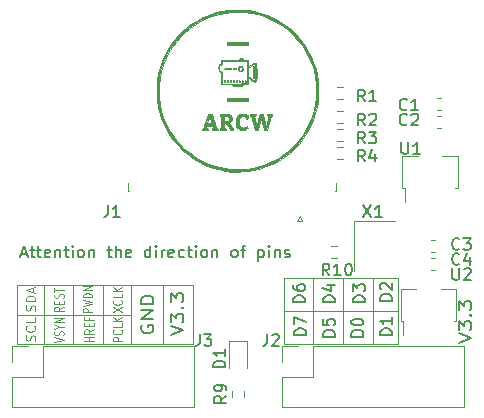
<source format=gbr>
%TF.GenerationSoftware,KiCad,Pcbnew,(5.1.8)-1*%
%TF.CreationDate,2021-03-12T16:01:59+08:00*%
%TF.ProjectId,PModCamera,504d6f64-4361-46d6-9572-612e6b696361,rev?*%
%TF.SameCoordinates,Original*%
%TF.FileFunction,Legend,Top*%
%TF.FilePolarity,Positive*%
%FSLAX46Y46*%
G04 Gerber Fmt 4.6, Leading zero omitted, Abs format (unit mm)*
G04 Created by KiCad (PCBNEW (5.1.8)-1) date 2021-03-12 16:01:59*
%MOMM*%
%LPD*%
G01*
G04 APERTURE LIST*
%ADD10C,0.150000*%
%ADD11C,0.120000*%
%ADD12C,0.200000*%
%ADD13C,0.125000*%
%ADD14C,0.010000*%
G04 APERTURE END LIST*
D10*
X77392047Y-118657666D02*
X77868238Y-118657666D01*
X77296809Y-118943380D02*
X77630142Y-117943380D01*
X77963476Y-118943380D01*
X78153952Y-118276714D02*
X78534904Y-118276714D01*
X78296809Y-117943380D02*
X78296809Y-118800523D01*
X78344428Y-118895761D01*
X78439666Y-118943380D01*
X78534904Y-118943380D01*
X78725380Y-118276714D02*
X79106333Y-118276714D01*
X78868238Y-117943380D02*
X78868238Y-118800523D01*
X78915857Y-118895761D01*
X79011095Y-118943380D01*
X79106333Y-118943380D01*
X79820619Y-118895761D02*
X79725380Y-118943380D01*
X79534904Y-118943380D01*
X79439666Y-118895761D01*
X79392047Y-118800523D01*
X79392047Y-118419571D01*
X79439666Y-118324333D01*
X79534904Y-118276714D01*
X79725380Y-118276714D01*
X79820619Y-118324333D01*
X79868238Y-118419571D01*
X79868238Y-118514809D01*
X79392047Y-118610047D01*
X80296809Y-118276714D02*
X80296809Y-118943380D01*
X80296809Y-118371952D02*
X80344428Y-118324333D01*
X80439666Y-118276714D01*
X80582523Y-118276714D01*
X80677761Y-118324333D01*
X80725380Y-118419571D01*
X80725380Y-118943380D01*
X81058714Y-118276714D02*
X81439666Y-118276714D01*
X81201571Y-117943380D02*
X81201571Y-118800523D01*
X81249190Y-118895761D01*
X81344428Y-118943380D01*
X81439666Y-118943380D01*
X81773000Y-118943380D02*
X81773000Y-118276714D01*
X81773000Y-117943380D02*
X81725380Y-117991000D01*
X81773000Y-118038619D01*
X81820619Y-117991000D01*
X81773000Y-117943380D01*
X81773000Y-118038619D01*
X82392047Y-118943380D02*
X82296809Y-118895761D01*
X82249190Y-118848142D01*
X82201571Y-118752904D01*
X82201571Y-118467190D01*
X82249190Y-118371952D01*
X82296809Y-118324333D01*
X82392047Y-118276714D01*
X82534904Y-118276714D01*
X82630142Y-118324333D01*
X82677761Y-118371952D01*
X82725380Y-118467190D01*
X82725380Y-118752904D01*
X82677761Y-118848142D01*
X82630142Y-118895761D01*
X82534904Y-118943380D01*
X82392047Y-118943380D01*
X83153952Y-118276714D02*
X83153952Y-118943380D01*
X83153952Y-118371952D02*
X83201571Y-118324333D01*
X83296809Y-118276714D01*
X83439666Y-118276714D01*
X83534904Y-118324333D01*
X83582523Y-118419571D01*
X83582523Y-118943380D01*
X84677761Y-118276714D02*
X85058714Y-118276714D01*
X84820619Y-117943380D02*
X84820619Y-118800523D01*
X84868238Y-118895761D01*
X84963476Y-118943380D01*
X85058714Y-118943380D01*
X85392047Y-118943380D02*
X85392047Y-117943380D01*
X85820619Y-118943380D02*
X85820619Y-118419571D01*
X85773000Y-118324333D01*
X85677761Y-118276714D01*
X85534904Y-118276714D01*
X85439666Y-118324333D01*
X85392047Y-118371952D01*
X86677761Y-118895761D02*
X86582523Y-118943380D01*
X86392047Y-118943380D01*
X86296809Y-118895761D01*
X86249190Y-118800523D01*
X86249190Y-118419571D01*
X86296809Y-118324333D01*
X86392047Y-118276714D01*
X86582523Y-118276714D01*
X86677761Y-118324333D01*
X86725380Y-118419571D01*
X86725380Y-118514809D01*
X86249190Y-118610047D01*
X88344428Y-118943380D02*
X88344428Y-117943380D01*
X88344428Y-118895761D02*
X88249190Y-118943380D01*
X88058714Y-118943380D01*
X87963476Y-118895761D01*
X87915857Y-118848142D01*
X87868238Y-118752904D01*
X87868238Y-118467190D01*
X87915857Y-118371952D01*
X87963476Y-118324333D01*
X88058714Y-118276714D01*
X88249190Y-118276714D01*
X88344428Y-118324333D01*
X88820619Y-118943380D02*
X88820619Y-118276714D01*
X88820619Y-117943380D02*
X88773000Y-117991000D01*
X88820619Y-118038619D01*
X88868238Y-117991000D01*
X88820619Y-117943380D01*
X88820619Y-118038619D01*
X89296809Y-118943380D02*
X89296809Y-118276714D01*
X89296809Y-118467190D02*
X89344428Y-118371952D01*
X89392047Y-118324333D01*
X89487285Y-118276714D01*
X89582523Y-118276714D01*
X90296809Y-118895761D02*
X90201571Y-118943380D01*
X90011095Y-118943380D01*
X89915857Y-118895761D01*
X89868238Y-118800523D01*
X89868238Y-118419571D01*
X89915857Y-118324333D01*
X90011095Y-118276714D01*
X90201571Y-118276714D01*
X90296809Y-118324333D01*
X90344428Y-118419571D01*
X90344428Y-118514809D01*
X89868238Y-118610047D01*
X91201571Y-118895761D02*
X91106333Y-118943380D01*
X90915857Y-118943380D01*
X90820619Y-118895761D01*
X90773000Y-118848142D01*
X90725380Y-118752904D01*
X90725380Y-118467190D01*
X90773000Y-118371952D01*
X90820619Y-118324333D01*
X90915857Y-118276714D01*
X91106333Y-118276714D01*
X91201571Y-118324333D01*
X91487285Y-118276714D02*
X91868238Y-118276714D01*
X91630142Y-117943380D02*
X91630142Y-118800523D01*
X91677761Y-118895761D01*
X91773000Y-118943380D01*
X91868238Y-118943380D01*
X92201571Y-118943380D02*
X92201571Y-118276714D01*
X92201571Y-117943380D02*
X92153952Y-117991000D01*
X92201571Y-118038619D01*
X92249190Y-117991000D01*
X92201571Y-117943380D01*
X92201571Y-118038619D01*
X92820619Y-118943380D02*
X92725380Y-118895761D01*
X92677761Y-118848142D01*
X92630142Y-118752904D01*
X92630142Y-118467190D01*
X92677761Y-118371952D01*
X92725380Y-118324333D01*
X92820619Y-118276714D01*
X92963476Y-118276714D01*
X93058714Y-118324333D01*
X93106333Y-118371952D01*
X93153952Y-118467190D01*
X93153952Y-118752904D01*
X93106333Y-118848142D01*
X93058714Y-118895761D01*
X92963476Y-118943380D01*
X92820619Y-118943380D01*
X93582523Y-118276714D02*
X93582523Y-118943380D01*
X93582523Y-118371952D02*
X93630142Y-118324333D01*
X93725380Y-118276714D01*
X93868238Y-118276714D01*
X93963476Y-118324333D01*
X94011095Y-118419571D01*
X94011095Y-118943380D01*
X95392047Y-118943380D02*
X95296809Y-118895761D01*
X95249190Y-118848142D01*
X95201571Y-118752904D01*
X95201571Y-118467190D01*
X95249190Y-118371952D01*
X95296809Y-118324333D01*
X95392047Y-118276714D01*
X95534904Y-118276714D01*
X95630142Y-118324333D01*
X95677761Y-118371952D01*
X95725380Y-118467190D01*
X95725380Y-118752904D01*
X95677761Y-118848142D01*
X95630142Y-118895761D01*
X95534904Y-118943380D01*
X95392047Y-118943380D01*
X96011095Y-118276714D02*
X96392047Y-118276714D01*
X96153952Y-118943380D02*
X96153952Y-118086238D01*
X96201571Y-117991000D01*
X96296809Y-117943380D01*
X96392047Y-117943380D01*
X97487285Y-118276714D02*
X97487285Y-119276714D01*
X97487285Y-118324333D02*
X97582523Y-118276714D01*
X97773000Y-118276714D01*
X97868238Y-118324333D01*
X97915857Y-118371952D01*
X97963476Y-118467190D01*
X97963476Y-118752904D01*
X97915857Y-118848142D01*
X97868238Y-118895761D01*
X97773000Y-118943380D01*
X97582523Y-118943380D01*
X97487285Y-118895761D01*
X98392047Y-118943380D02*
X98392047Y-118276714D01*
X98392047Y-117943380D02*
X98344428Y-117991000D01*
X98392047Y-118038619D01*
X98439666Y-117991000D01*
X98392047Y-117943380D01*
X98392047Y-118038619D01*
X98868238Y-118276714D02*
X98868238Y-118943380D01*
X98868238Y-118371952D02*
X98915857Y-118324333D01*
X99011095Y-118276714D01*
X99153952Y-118276714D01*
X99249190Y-118324333D01*
X99296809Y-118419571D01*
X99296809Y-118943380D01*
X99725380Y-118895761D02*
X99820619Y-118943380D01*
X100011095Y-118943380D01*
X100106333Y-118895761D01*
X100153952Y-118800523D01*
X100153952Y-118752904D01*
X100106333Y-118657666D01*
X100011095Y-118610047D01*
X99868238Y-118610047D01*
X99773000Y-118562428D01*
X99725380Y-118467190D01*
X99725380Y-118419571D01*
X99773000Y-118324333D01*
X99868238Y-118276714D01*
X100011095Y-118276714D01*
X100106333Y-118324333D01*
D11*
X102108000Y-120650000D02*
X102108000Y-126238000D01*
X104648000Y-120650000D02*
X104648000Y-126238000D01*
X107188000Y-120650000D02*
X107188000Y-126238000D01*
X109347000Y-126238000D02*
X109347000Y-123317000D01*
X99695000Y-126238000D02*
X109347000Y-126238000D01*
X99695000Y-120650000D02*
X99695000Y-126238000D01*
X109347000Y-120650000D02*
X99695000Y-120650000D01*
X109347000Y-123444000D02*
X109347000Y-120650000D01*
X99695000Y-123444000D02*
X109347000Y-123444000D01*
X89408000Y-121285000D02*
X89408000Y-126238000D01*
X91948000Y-126238000D02*
X86741000Y-126238000D01*
X91948000Y-121285000D02*
X91948000Y-126238000D01*
X86741000Y-121285000D02*
X91948000Y-121285000D01*
X79375000Y-121285000D02*
X79375000Y-126238000D01*
X81788000Y-121285000D02*
X81788000Y-126238000D01*
X84328000Y-121285000D02*
X84328000Y-126238000D01*
X77089000Y-121285000D02*
X86741000Y-121285000D01*
X77089000Y-126238000D02*
X77089000Y-121285000D01*
X77089000Y-126238000D02*
X77089000Y-126238000D01*
X86741000Y-126238000D02*
X77089000Y-126238000D01*
X86741000Y-121285000D02*
X86741000Y-126238000D01*
X86741000Y-123825000D02*
X86741000Y-121285000D01*
X77089000Y-123825000D02*
X86741000Y-123825000D01*
D12*
X114514380Y-126161571D02*
X115514380Y-125761571D01*
X114514380Y-125361571D01*
X114514380Y-125075857D02*
X114514380Y-124333000D01*
X114895333Y-124733000D01*
X114895333Y-124561571D01*
X114942952Y-124447285D01*
X114990571Y-124390142D01*
X115085809Y-124333000D01*
X115323904Y-124333000D01*
X115419142Y-124390142D01*
X115466761Y-124447285D01*
X115514380Y-124561571D01*
X115514380Y-124904428D01*
X115466761Y-125018714D01*
X115419142Y-125075857D01*
X115419142Y-123818714D02*
X115466761Y-123761571D01*
X115514380Y-123818714D01*
X115466761Y-123875857D01*
X115419142Y-123818714D01*
X115514380Y-123818714D01*
X114514380Y-123361571D02*
X114514380Y-122618714D01*
X114895333Y-123018714D01*
X114895333Y-122847285D01*
X114942952Y-122733000D01*
X114990571Y-122675857D01*
X115085809Y-122618714D01*
X115323904Y-122618714D01*
X115419142Y-122675857D01*
X115466761Y-122733000D01*
X115514380Y-122847285D01*
X115514380Y-123190142D01*
X115466761Y-123304428D01*
X115419142Y-123361571D01*
D13*
X78555809Y-126004369D02*
X78593904Y-125890083D01*
X78593904Y-125699607D01*
X78555809Y-125623416D01*
X78517714Y-125585321D01*
X78441523Y-125547226D01*
X78365333Y-125547226D01*
X78289142Y-125585321D01*
X78251047Y-125623416D01*
X78212952Y-125699607D01*
X78174857Y-125851988D01*
X78136761Y-125928178D01*
X78098666Y-125966273D01*
X78022476Y-126004369D01*
X77946285Y-126004369D01*
X77870095Y-125966273D01*
X77832000Y-125928178D01*
X77793904Y-125851988D01*
X77793904Y-125661511D01*
X77832000Y-125547226D01*
X78517714Y-124747226D02*
X78555809Y-124785321D01*
X78593904Y-124899607D01*
X78593904Y-124975797D01*
X78555809Y-125090083D01*
X78479619Y-125166273D01*
X78403428Y-125204369D01*
X78251047Y-125242464D01*
X78136761Y-125242464D01*
X77984380Y-125204369D01*
X77908190Y-125166273D01*
X77832000Y-125090083D01*
X77793904Y-124975797D01*
X77793904Y-124899607D01*
X77832000Y-124785321D01*
X77870095Y-124747226D01*
X78593904Y-124023416D02*
X78593904Y-124404369D01*
X77793904Y-124404369D01*
X78555809Y-123464369D02*
X78593904Y-123350083D01*
X78593904Y-123159607D01*
X78555809Y-123083416D01*
X78517714Y-123045321D01*
X78441523Y-123007226D01*
X78365333Y-123007226D01*
X78289142Y-123045321D01*
X78251047Y-123083416D01*
X78212952Y-123159607D01*
X78174857Y-123311988D01*
X78136761Y-123388178D01*
X78098666Y-123426273D01*
X78022476Y-123464369D01*
X77946285Y-123464369D01*
X77870095Y-123426273D01*
X77832000Y-123388178D01*
X77793904Y-123311988D01*
X77793904Y-123121511D01*
X77832000Y-123007226D01*
X78593904Y-122664369D02*
X77793904Y-122664369D01*
X77793904Y-122473892D01*
X77832000Y-122359607D01*
X77908190Y-122283416D01*
X77984380Y-122245321D01*
X78136761Y-122207226D01*
X78251047Y-122207226D01*
X78403428Y-122245321D01*
X78479619Y-122283416D01*
X78555809Y-122359607D01*
X78593904Y-122473892D01*
X78593904Y-122664369D01*
X78365333Y-121902464D02*
X78365333Y-121521511D01*
X78593904Y-121978654D02*
X77793904Y-121711988D01*
X78593904Y-121445321D01*
X80206904Y-126099607D02*
X81006904Y-125899607D01*
X80206904Y-125699607D01*
X80968809Y-125528178D02*
X81006904Y-125442464D01*
X81006904Y-125299607D01*
X80968809Y-125242464D01*
X80930714Y-125213892D01*
X80854523Y-125185321D01*
X80778333Y-125185321D01*
X80702142Y-125213892D01*
X80664047Y-125242464D01*
X80625952Y-125299607D01*
X80587857Y-125413892D01*
X80549761Y-125471035D01*
X80511666Y-125499607D01*
X80435476Y-125528178D01*
X80359285Y-125528178D01*
X80283095Y-125499607D01*
X80245000Y-125471035D01*
X80206904Y-125413892D01*
X80206904Y-125271035D01*
X80245000Y-125185321D01*
X80625952Y-124813892D02*
X81006904Y-124813892D01*
X80206904Y-125013892D02*
X80625952Y-124813892D01*
X80206904Y-124613892D01*
X81006904Y-124413892D02*
X80206904Y-124413892D01*
X81006904Y-124071035D01*
X80206904Y-124071035D01*
X81006904Y-123131035D02*
X80625952Y-123331035D01*
X81006904Y-123473892D02*
X80206904Y-123473892D01*
X80206904Y-123245321D01*
X80245000Y-123188178D01*
X80283095Y-123159607D01*
X80359285Y-123131035D01*
X80473571Y-123131035D01*
X80549761Y-123159607D01*
X80587857Y-123188178D01*
X80625952Y-123245321D01*
X80625952Y-123473892D01*
X80587857Y-122873892D02*
X80587857Y-122673892D01*
X81006904Y-122588178D02*
X81006904Y-122873892D01*
X80206904Y-122873892D01*
X80206904Y-122588178D01*
X80968809Y-122359607D02*
X81006904Y-122273892D01*
X81006904Y-122131035D01*
X80968809Y-122073892D01*
X80930714Y-122045321D01*
X80854523Y-122016750D01*
X80778333Y-122016750D01*
X80702142Y-122045321D01*
X80664047Y-122073892D01*
X80625952Y-122131035D01*
X80587857Y-122245321D01*
X80549761Y-122302464D01*
X80511666Y-122331035D01*
X80435476Y-122359607D01*
X80359285Y-122359607D01*
X80283095Y-122331035D01*
X80245000Y-122302464D01*
X80206904Y-122245321D01*
X80206904Y-122102464D01*
X80245000Y-122016750D01*
X80206904Y-121845321D02*
X80206904Y-121502464D01*
X81006904Y-121673892D02*
X80206904Y-121673892D01*
X83546904Y-126013892D02*
X82746904Y-126013892D01*
X83127857Y-126013892D02*
X83127857Y-125671035D01*
X83546904Y-125671035D02*
X82746904Y-125671035D01*
X83546904Y-125042464D02*
X83165952Y-125242464D01*
X83546904Y-125385321D02*
X82746904Y-125385321D01*
X82746904Y-125156750D01*
X82785000Y-125099607D01*
X82823095Y-125071035D01*
X82899285Y-125042464D01*
X83013571Y-125042464D01*
X83089761Y-125071035D01*
X83127857Y-125099607D01*
X83165952Y-125156750D01*
X83165952Y-125385321D01*
X83127857Y-124785321D02*
X83127857Y-124585321D01*
X83546904Y-124499607D02*
X83546904Y-124785321D01*
X82746904Y-124785321D01*
X82746904Y-124499607D01*
X83127857Y-124042464D02*
X83127857Y-124242464D01*
X83546904Y-124242464D02*
X82746904Y-124242464D01*
X82746904Y-123956750D01*
X83419904Y-123600892D02*
X82619904Y-123600892D01*
X82619904Y-123372321D01*
X82658000Y-123315178D01*
X82696095Y-123286607D01*
X82772285Y-123258035D01*
X82886571Y-123258035D01*
X82962761Y-123286607D01*
X83000857Y-123315178D01*
X83038952Y-123372321D01*
X83038952Y-123600892D01*
X82619904Y-123058035D02*
X83419904Y-122915178D01*
X82848476Y-122800892D01*
X83419904Y-122686607D01*
X82619904Y-122543750D01*
X83419904Y-122315178D02*
X82619904Y-122315178D01*
X82619904Y-122172321D01*
X82658000Y-122086607D01*
X82734190Y-122029464D01*
X82810380Y-122000892D01*
X82962761Y-121972321D01*
X83077047Y-121972321D01*
X83229428Y-122000892D01*
X83305619Y-122029464D01*
X83381809Y-122086607D01*
X83419904Y-122172321D01*
X83419904Y-122315178D01*
X83419904Y-121715178D02*
X82619904Y-121715178D01*
X83419904Y-121372321D01*
X82619904Y-121372321D01*
X85959904Y-126013892D02*
X85159904Y-126013892D01*
X85159904Y-125785321D01*
X85198000Y-125728178D01*
X85236095Y-125699607D01*
X85312285Y-125671035D01*
X85426571Y-125671035D01*
X85502761Y-125699607D01*
X85540857Y-125728178D01*
X85578952Y-125785321D01*
X85578952Y-126013892D01*
X85883714Y-125071035D02*
X85921809Y-125099607D01*
X85959904Y-125185321D01*
X85959904Y-125242464D01*
X85921809Y-125328178D01*
X85845619Y-125385321D01*
X85769428Y-125413892D01*
X85617047Y-125442464D01*
X85502761Y-125442464D01*
X85350380Y-125413892D01*
X85274190Y-125385321D01*
X85198000Y-125328178D01*
X85159904Y-125242464D01*
X85159904Y-125185321D01*
X85198000Y-125099607D01*
X85236095Y-125071035D01*
X85959904Y-124528178D02*
X85959904Y-124813892D01*
X85159904Y-124813892D01*
X85959904Y-124328178D02*
X85159904Y-124328178D01*
X85959904Y-123985321D02*
X85502761Y-124242464D01*
X85159904Y-123985321D02*
X85617047Y-124328178D01*
X85159904Y-123531035D02*
X85959904Y-123131035D01*
X85159904Y-123131035D02*
X85959904Y-123531035D01*
X85883714Y-122559607D02*
X85921809Y-122588178D01*
X85959904Y-122673892D01*
X85959904Y-122731035D01*
X85921809Y-122816750D01*
X85845619Y-122873892D01*
X85769428Y-122902464D01*
X85617047Y-122931035D01*
X85502761Y-122931035D01*
X85350380Y-122902464D01*
X85274190Y-122873892D01*
X85198000Y-122816750D01*
X85159904Y-122731035D01*
X85159904Y-122673892D01*
X85198000Y-122588178D01*
X85236095Y-122559607D01*
X85959904Y-122016750D02*
X85959904Y-122302464D01*
X85159904Y-122302464D01*
X85959904Y-121816750D02*
X85159904Y-121816750D01*
X85959904Y-121473892D02*
X85502761Y-121731035D01*
X85159904Y-121473892D02*
X85617047Y-121816750D01*
D12*
X90130380Y-125526571D02*
X91130380Y-125126571D01*
X90130380Y-124726571D01*
X90130380Y-124440857D02*
X90130380Y-123698000D01*
X90511333Y-124098000D01*
X90511333Y-123926571D01*
X90558952Y-123812285D01*
X90606571Y-123755142D01*
X90701809Y-123698000D01*
X90939904Y-123698000D01*
X91035142Y-123755142D01*
X91082761Y-123812285D01*
X91130380Y-123926571D01*
X91130380Y-124269428D01*
X91082761Y-124383714D01*
X91035142Y-124440857D01*
X91035142Y-123183714D02*
X91082761Y-123126571D01*
X91130380Y-123183714D01*
X91082761Y-123240857D01*
X91035142Y-123183714D01*
X91130380Y-123183714D01*
X90130380Y-122726571D02*
X90130380Y-121983714D01*
X90511333Y-122383714D01*
X90511333Y-122212285D01*
X90558952Y-122098000D01*
X90606571Y-122040857D01*
X90701809Y-121983714D01*
X90939904Y-121983714D01*
X91035142Y-122040857D01*
X91082761Y-122098000D01*
X91130380Y-122212285D01*
X91130380Y-122555142D01*
X91082761Y-122669428D01*
X91035142Y-122726571D01*
X87638000Y-124685714D02*
X87590380Y-124800000D01*
X87590380Y-124971428D01*
X87638000Y-125142857D01*
X87733238Y-125257142D01*
X87828476Y-125314285D01*
X88018952Y-125371428D01*
X88161809Y-125371428D01*
X88352285Y-125314285D01*
X88447523Y-125257142D01*
X88542761Y-125142857D01*
X88590380Y-124971428D01*
X88590380Y-124857142D01*
X88542761Y-124685714D01*
X88495142Y-124628571D01*
X88161809Y-124628571D01*
X88161809Y-124857142D01*
X88590380Y-124114285D02*
X87590380Y-124114285D01*
X88590380Y-123428571D01*
X87590380Y-123428571D01*
X88590380Y-122857142D02*
X87590380Y-122857142D01*
X87590380Y-122571428D01*
X87638000Y-122400000D01*
X87733238Y-122285714D01*
X87828476Y-122228571D01*
X88018952Y-122171428D01*
X88161809Y-122171428D01*
X88352285Y-122228571D01*
X88447523Y-122285714D01*
X88542761Y-122400000D01*
X88590380Y-122571428D01*
X88590380Y-122857142D01*
D10*
X101417380Y-122727404D02*
X100417380Y-122727404D01*
X100417380Y-122489309D01*
X100465000Y-122346452D01*
X100560238Y-122251214D01*
X100655476Y-122203595D01*
X100845952Y-122155976D01*
X100988809Y-122155976D01*
X101179285Y-122203595D01*
X101274523Y-122251214D01*
X101369761Y-122346452D01*
X101417380Y-122489309D01*
X101417380Y-122727404D01*
X100417380Y-121298833D02*
X100417380Y-121489309D01*
X100465000Y-121584547D01*
X100512619Y-121632166D01*
X100655476Y-121727404D01*
X100845952Y-121775023D01*
X101226904Y-121775023D01*
X101322142Y-121727404D01*
X101369761Y-121679785D01*
X101417380Y-121584547D01*
X101417380Y-121394071D01*
X101369761Y-121298833D01*
X101322142Y-121251214D01*
X101226904Y-121203595D01*
X100988809Y-121203595D01*
X100893571Y-121251214D01*
X100845952Y-121298833D01*
X100798333Y-121394071D01*
X100798333Y-121584547D01*
X100845952Y-121679785D01*
X100893571Y-121727404D01*
X100988809Y-121775023D01*
X103957380Y-122727404D02*
X102957380Y-122727404D01*
X102957380Y-122489309D01*
X103005000Y-122346452D01*
X103100238Y-122251214D01*
X103195476Y-122203595D01*
X103385952Y-122155976D01*
X103528809Y-122155976D01*
X103719285Y-122203595D01*
X103814523Y-122251214D01*
X103909761Y-122346452D01*
X103957380Y-122489309D01*
X103957380Y-122727404D01*
X103290714Y-121298833D02*
X103957380Y-121298833D01*
X102909761Y-121536928D02*
X103624047Y-121775023D01*
X103624047Y-121155976D01*
X106497380Y-122727404D02*
X105497380Y-122727404D01*
X105497380Y-122489309D01*
X105545000Y-122346452D01*
X105640238Y-122251214D01*
X105735476Y-122203595D01*
X105925952Y-122155976D01*
X106068809Y-122155976D01*
X106259285Y-122203595D01*
X106354523Y-122251214D01*
X106449761Y-122346452D01*
X106497380Y-122489309D01*
X106497380Y-122727404D01*
X105497380Y-121822642D02*
X105497380Y-121203595D01*
X105878333Y-121536928D01*
X105878333Y-121394071D01*
X105925952Y-121298833D01*
X105973571Y-121251214D01*
X106068809Y-121203595D01*
X106306904Y-121203595D01*
X106402142Y-121251214D01*
X106449761Y-121298833D01*
X106497380Y-121394071D01*
X106497380Y-121679785D01*
X106449761Y-121775023D01*
X106402142Y-121822642D01*
X108783380Y-125521404D02*
X107783380Y-125521404D01*
X107783380Y-125283309D01*
X107831000Y-125140452D01*
X107926238Y-125045214D01*
X108021476Y-124997595D01*
X108211952Y-124949976D01*
X108354809Y-124949976D01*
X108545285Y-124997595D01*
X108640523Y-125045214D01*
X108735761Y-125140452D01*
X108783380Y-125283309D01*
X108783380Y-125521404D01*
X108783380Y-123997595D02*
X108783380Y-124569023D01*
X108783380Y-124283309D02*
X107783380Y-124283309D01*
X107926238Y-124378547D01*
X108021476Y-124473785D01*
X108069095Y-124569023D01*
X106370380Y-125648404D02*
X105370380Y-125648404D01*
X105370380Y-125410309D01*
X105418000Y-125267452D01*
X105513238Y-125172214D01*
X105608476Y-125124595D01*
X105798952Y-125076976D01*
X105941809Y-125076976D01*
X106132285Y-125124595D01*
X106227523Y-125172214D01*
X106322761Y-125267452D01*
X106370380Y-125410309D01*
X106370380Y-125648404D01*
X105370380Y-124457928D02*
X105370380Y-124362690D01*
X105418000Y-124267452D01*
X105465619Y-124219833D01*
X105560857Y-124172214D01*
X105751333Y-124124595D01*
X105989428Y-124124595D01*
X106179904Y-124172214D01*
X106275142Y-124219833D01*
X106322761Y-124267452D01*
X106370380Y-124362690D01*
X106370380Y-124457928D01*
X106322761Y-124553166D01*
X106275142Y-124600785D01*
X106179904Y-124648404D01*
X105989428Y-124696023D01*
X105751333Y-124696023D01*
X105560857Y-124648404D01*
X105465619Y-124600785D01*
X105418000Y-124553166D01*
X105370380Y-124457928D01*
X103957380Y-125648404D02*
X102957380Y-125648404D01*
X102957380Y-125410309D01*
X103005000Y-125267452D01*
X103100238Y-125172214D01*
X103195476Y-125124595D01*
X103385952Y-125076976D01*
X103528809Y-125076976D01*
X103719285Y-125124595D01*
X103814523Y-125172214D01*
X103909761Y-125267452D01*
X103957380Y-125410309D01*
X103957380Y-125648404D01*
X102957380Y-124172214D02*
X102957380Y-124648404D01*
X103433571Y-124696023D01*
X103385952Y-124648404D01*
X103338333Y-124553166D01*
X103338333Y-124315071D01*
X103385952Y-124219833D01*
X103433571Y-124172214D01*
X103528809Y-124124595D01*
X103766904Y-124124595D01*
X103862142Y-124172214D01*
X103909761Y-124219833D01*
X103957380Y-124315071D01*
X103957380Y-124553166D01*
X103909761Y-124648404D01*
X103862142Y-124696023D01*
X101544380Y-125521404D02*
X100544380Y-125521404D01*
X100544380Y-125283309D01*
X100592000Y-125140452D01*
X100687238Y-125045214D01*
X100782476Y-124997595D01*
X100972952Y-124949976D01*
X101115809Y-124949976D01*
X101306285Y-124997595D01*
X101401523Y-125045214D01*
X101496761Y-125140452D01*
X101544380Y-125283309D01*
X101544380Y-125521404D01*
X100544380Y-124616642D02*
X100544380Y-123949976D01*
X101544380Y-124378547D01*
X108783380Y-122600404D02*
X107783380Y-122600404D01*
X107783380Y-122362309D01*
X107831000Y-122219452D01*
X107926238Y-122124214D01*
X108021476Y-122076595D01*
X108211952Y-122028976D01*
X108354809Y-122028976D01*
X108545285Y-122076595D01*
X108640523Y-122124214D01*
X108735761Y-122219452D01*
X108783380Y-122362309D01*
X108783380Y-122600404D01*
X107878619Y-121648023D02*
X107831000Y-121600404D01*
X107783380Y-121505166D01*
X107783380Y-121267071D01*
X107831000Y-121171833D01*
X107878619Y-121124214D01*
X107973857Y-121076595D01*
X108069095Y-121076595D01*
X108211952Y-121124214D01*
X108783380Y-121695642D01*
X108783380Y-121076595D01*
D14*
%TO.C,G\u002A\u002A\u002A*%
G36*
X97091834Y-102736701D02*
G01*
X97101853Y-102759941D01*
X97109373Y-102806073D01*
X97114911Y-102881151D01*
X97118983Y-102991228D01*
X97122105Y-103142356D01*
X97123765Y-103257350D01*
X97125697Y-103435357D01*
X97125966Y-103568783D01*
X97124189Y-103663832D01*
X97119983Y-103726706D01*
X97112965Y-103763609D01*
X97102751Y-103780744D01*
X97091218Y-103784400D01*
X97049028Y-103766364D01*
X97039334Y-103751901D01*
X97035811Y-103717370D01*
X97033386Y-103640442D01*
X97032148Y-103529512D01*
X97032185Y-103392974D01*
X97033586Y-103239221D01*
X97033781Y-103224851D01*
X97036706Y-103051913D01*
X97040339Y-102923545D01*
X97045246Y-102833515D01*
X97051995Y-102775594D01*
X97061154Y-102743550D01*
X97073289Y-102731154D01*
X97078800Y-102730300D01*
X97091834Y-102736701D01*
G37*
X97091834Y-102736701D02*
X97101853Y-102759941D01*
X97109373Y-102806073D01*
X97114911Y-102881151D01*
X97118983Y-102991228D01*
X97122105Y-103142356D01*
X97123765Y-103257350D01*
X97125697Y-103435357D01*
X97125966Y-103568783D01*
X97124189Y-103663832D01*
X97119983Y-103726706D01*
X97112965Y-103763609D01*
X97102751Y-103780744D01*
X97091218Y-103784400D01*
X97049028Y-103766364D01*
X97039334Y-103751901D01*
X97035811Y-103717370D01*
X97033386Y-103640442D01*
X97032148Y-103529512D01*
X97032185Y-103392974D01*
X97033586Y-103239221D01*
X97033781Y-103224851D01*
X97036706Y-103051913D01*
X97040339Y-102923545D01*
X97045246Y-102833515D01*
X97051995Y-102775594D01*
X97061154Y-102743550D01*
X97073289Y-102731154D01*
X97078800Y-102730300D01*
X97091834Y-102736701D01*
G36*
X95553596Y-102924461D02*
G01*
X95594637Y-102936378D01*
X95599381Y-102952550D01*
X95570384Y-102971934D01*
X95510433Y-102986523D01*
X95439310Y-102994094D01*
X95376795Y-102992422D01*
X95344304Y-102981237D01*
X95326710Y-102949685D01*
X95352083Y-102930280D01*
X95423347Y-102921595D01*
X95468016Y-102920800D01*
X95553596Y-102924461D01*
G37*
X95553596Y-102924461D02*
X95594637Y-102936378D01*
X95599381Y-102952550D01*
X95570384Y-102971934D01*
X95510433Y-102986523D01*
X95439310Y-102994094D01*
X95376795Y-102992422D01*
X95344304Y-102981237D01*
X95326710Y-102949685D01*
X95352083Y-102930280D01*
X95423347Y-102921595D01*
X95468016Y-102920800D01*
X95553596Y-102924461D01*
G36*
X95041158Y-102922141D02*
G01*
X95128450Y-102926621D01*
X95177182Y-102934920D01*
X95193445Y-102947720D01*
X95192900Y-102952550D01*
X95165177Y-102965494D01*
X95099545Y-102976921D01*
X95008888Y-102986178D01*
X94906090Y-102992614D01*
X94804034Y-102995578D01*
X94715605Y-102994418D01*
X94653686Y-102988482D01*
X94632741Y-102980874D01*
X94617006Y-102956322D01*
X94630601Y-102939185D01*
X94678798Y-102928316D01*
X94766871Y-102922572D01*
X94900092Y-102920804D01*
X94909216Y-102920800D01*
X95041158Y-102922141D01*
G37*
X95041158Y-102922141D02*
X95128450Y-102926621D01*
X95177182Y-102934920D01*
X95193445Y-102947720D01*
X95192900Y-102952550D01*
X95165177Y-102965494D01*
X95099545Y-102976921D01*
X95008888Y-102986178D01*
X94906090Y-102992614D01*
X94804034Y-102995578D01*
X94715605Y-102994418D01*
X94653686Y-102988482D01*
X94632741Y-102980874D01*
X94617006Y-102956322D01*
X94630601Y-102939185D01*
X94678798Y-102928316D01*
X94766871Y-102922572D01*
X94900092Y-102920804D01*
X94909216Y-102920800D01*
X95041158Y-102922141D01*
G36*
X96072649Y-102740631D02*
G01*
X96140953Y-102791846D01*
X96202179Y-102880418D01*
X96212802Y-102971728D01*
X96172793Y-103063714D01*
X96145350Y-103097292D01*
X96055895Y-103167638D01*
X95961637Y-103188066D01*
X95871684Y-103165319D01*
X95789384Y-103104550D01*
X95744491Y-103019313D01*
X95742182Y-102974612D01*
X95810489Y-102974612D01*
X95843139Y-103054300D01*
X95859600Y-103073200D01*
X95928292Y-103117325D01*
X96001640Y-103113102D01*
X96072074Y-103071356D01*
X96128119Y-103000910D01*
X96137389Y-102922317D01*
X96099885Y-102847245D01*
X96072074Y-102821043D01*
X96017178Y-102784700D01*
X95975457Y-102768458D01*
X95973900Y-102768400D01*
X95933707Y-102783045D01*
X95878935Y-102818546D01*
X95875725Y-102821043D01*
X95821687Y-102891607D01*
X95810489Y-102974612D01*
X95742182Y-102974612D01*
X95739464Y-102922012D01*
X95776765Y-102825052D01*
X95798357Y-102795748D01*
X95880963Y-102731730D01*
X95975841Y-102713319D01*
X96072649Y-102740631D01*
G37*
X96072649Y-102740631D02*
X96140953Y-102791846D01*
X96202179Y-102880418D01*
X96212802Y-102971728D01*
X96172793Y-103063714D01*
X96145350Y-103097292D01*
X96055895Y-103167638D01*
X95961637Y-103188066D01*
X95871684Y-103165319D01*
X95789384Y-103104550D01*
X95744491Y-103019313D01*
X95742182Y-102974612D01*
X95810489Y-102974612D01*
X95843139Y-103054300D01*
X95859600Y-103073200D01*
X95928292Y-103117325D01*
X96001640Y-103113102D01*
X96072074Y-103071356D01*
X96128119Y-103000910D01*
X96137389Y-102922317D01*
X96099885Y-102847245D01*
X96072074Y-102821043D01*
X96017178Y-102784700D01*
X95975457Y-102768458D01*
X95973900Y-102768400D01*
X95933707Y-102783045D01*
X95878935Y-102818546D01*
X95875725Y-102821043D01*
X95821687Y-102891607D01*
X95810489Y-102974612D01*
X95742182Y-102974612D01*
X95739464Y-102922012D01*
X95776765Y-102825052D01*
X95798357Y-102795748D01*
X95880963Y-102731730D01*
X95975841Y-102713319D01*
X96072649Y-102740631D01*
G36*
X96397205Y-103940796D02*
G01*
X96413422Y-104006286D01*
X96413659Y-104008606D01*
X96412256Y-104067558D01*
X96389441Y-104088657D01*
X96381909Y-104089200D01*
X96353308Y-104072371D01*
X96342531Y-104016473D01*
X96342200Y-103998183D01*
X96351632Y-103935292D01*
X96373288Y-103916647D01*
X96397205Y-103940796D01*
G37*
X96397205Y-103940796D02*
X96413422Y-104006286D01*
X96413659Y-104008606D01*
X96412256Y-104067558D01*
X96389441Y-104088657D01*
X96381909Y-104089200D01*
X96353308Y-104072371D01*
X96342531Y-104016473D01*
X96342200Y-103998183D01*
X96351632Y-103935292D01*
X96373288Y-103916647D01*
X96397205Y-103940796D01*
G36*
X96143205Y-103940796D02*
G01*
X96159422Y-104006286D01*
X96159659Y-104008606D01*
X96158256Y-104067558D01*
X96135441Y-104088657D01*
X96127909Y-104089200D01*
X96099308Y-104072371D01*
X96088531Y-104016473D01*
X96088200Y-103998183D01*
X96097632Y-103935292D01*
X96119288Y-103916647D01*
X96143205Y-103940796D01*
G37*
X96143205Y-103940796D02*
X96159422Y-104006286D01*
X96159659Y-104008606D01*
X96158256Y-104067558D01*
X96135441Y-104088657D01*
X96127909Y-104089200D01*
X96099308Y-104072371D01*
X96088531Y-104016473D01*
X96088200Y-103998183D01*
X96097632Y-103935292D01*
X96119288Y-103916647D01*
X96143205Y-103940796D01*
G36*
X95889205Y-103940796D02*
G01*
X95905422Y-104006286D01*
X95905659Y-104008606D01*
X95904256Y-104067558D01*
X95881441Y-104088657D01*
X95873909Y-104089200D01*
X95845308Y-104072371D01*
X95834531Y-104016473D01*
X95834200Y-103998183D01*
X95843632Y-103935292D01*
X95865288Y-103916647D01*
X95889205Y-103940796D01*
G37*
X95889205Y-103940796D02*
X95905422Y-104006286D01*
X95905659Y-104008606D01*
X95904256Y-104067558D01*
X95881441Y-104088657D01*
X95873909Y-104089200D01*
X95845308Y-104072371D01*
X95834531Y-104016473D01*
X95834200Y-103998183D01*
X95843632Y-103935292D01*
X95865288Y-103916647D01*
X95889205Y-103940796D01*
G36*
X95646500Y-103934217D02*
G01*
X95656392Y-103995899D01*
X95656400Y-103998183D01*
X95649058Y-104063738D01*
X95624670Y-104088441D01*
X95616690Y-104089200D01*
X95589092Y-104074537D01*
X95583687Y-104024001D01*
X95584940Y-104008606D01*
X95600812Y-103942024D01*
X95624653Y-103916743D01*
X95646500Y-103934217D01*
G37*
X95646500Y-103934217D02*
X95656392Y-103995899D01*
X95656400Y-103998183D01*
X95649058Y-104063738D01*
X95624670Y-104088441D01*
X95616690Y-104089200D01*
X95589092Y-104074537D01*
X95583687Y-104024001D01*
X95584940Y-104008606D01*
X95600812Y-103942024D01*
X95624653Y-103916743D01*
X95646500Y-103934217D01*
G36*
X95392500Y-103934217D02*
G01*
X95402392Y-103995899D01*
X95402400Y-103998183D01*
X95395058Y-104063738D01*
X95370670Y-104088441D01*
X95362690Y-104089200D01*
X95335092Y-104074537D01*
X95329687Y-104024001D01*
X95330940Y-104008606D01*
X95346812Y-103942024D01*
X95370653Y-103916743D01*
X95392500Y-103934217D01*
G37*
X95392500Y-103934217D02*
X95402392Y-103995899D01*
X95402400Y-103998183D01*
X95395058Y-104063738D01*
X95370670Y-104088441D01*
X95362690Y-104089200D01*
X95335092Y-104074537D01*
X95329687Y-104024001D01*
X95330940Y-104008606D01*
X95346812Y-103942024D01*
X95370653Y-103916743D01*
X95392500Y-103934217D01*
G36*
X95138500Y-103934217D02*
G01*
X95148392Y-103995899D01*
X95148400Y-103998183D01*
X95141058Y-104063738D01*
X95116670Y-104088441D01*
X95108690Y-104089200D01*
X95081092Y-104074537D01*
X95075687Y-104024001D01*
X95076940Y-104008606D01*
X95092812Y-103942024D01*
X95116653Y-103916743D01*
X95138500Y-103934217D01*
G37*
X95138500Y-103934217D02*
X95148392Y-103995899D01*
X95148400Y-103998183D01*
X95141058Y-104063738D01*
X95116670Y-104088441D01*
X95108690Y-104089200D01*
X95081092Y-104074537D01*
X95075687Y-104024001D01*
X95076940Y-104008606D01*
X95092812Y-103942024D01*
X95116653Y-103916743D01*
X95138500Y-103934217D01*
G36*
X94884500Y-103934217D02*
G01*
X94894392Y-103995899D01*
X94894400Y-103998183D01*
X94887058Y-104063738D01*
X94862670Y-104088441D01*
X94854690Y-104089200D01*
X94827092Y-104074537D01*
X94821687Y-104024001D01*
X94822940Y-104008606D01*
X94838812Y-103942024D01*
X94862653Y-103916743D01*
X94884500Y-103934217D01*
G37*
X94884500Y-103934217D02*
X94894392Y-103995899D01*
X94894400Y-103998183D01*
X94887058Y-104063738D01*
X94862670Y-104088441D01*
X94854690Y-104089200D01*
X94827092Y-104074537D01*
X94821687Y-104024001D01*
X94822940Y-104008606D01*
X94838812Y-103942024D01*
X94862653Y-103916743D01*
X94884500Y-103934217D01*
G36*
X94630500Y-103934217D02*
G01*
X94640392Y-103995899D01*
X94640400Y-103998183D01*
X94633058Y-104063738D01*
X94608670Y-104088441D01*
X94600690Y-104089200D01*
X94573092Y-104074537D01*
X94567687Y-104024001D01*
X94568940Y-104008606D01*
X94584812Y-103942024D01*
X94608653Y-103916743D01*
X94630500Y-103934217D01*
G37*
X94630500Y-103934217D02*
X94640392Y-103995899D01*
X94640400Y-103998183D01*
X94633058Y-104063738D01*
X94608670Y-104088441D01*
X94600690Y-104089200D01*
X94573092Y-104074537D01*
X94567687Y-104024001D01*
X94568940Y-104008606D01*
X94584812Y-103942024D01*
X94608653Y-103916743D01*
X94630500Y-103934217D01*
G36*
X96570800Y-100939600D02*
G01*
X94869000Y-100939600D01*
X94869000Y-100736400D01*
X96570800Y-100736400D01*
X96570800Y-100939600D01*
G37*
X96570800Y-100939600D02*
X94869000Y-100939600D01*
X94869000Y-100736400D01*
X96570800Y-100736400D01*
X96570800Y-100939600D01*
G36*
X96088952Y-102068480D02*
G01*
X96146773Y-102104926D01*
X96164400Y-102161910D01*
X96169773Y-102186452D01*
X96192853Y-102200822D01*
X96244074Y-102207651D01*
X96333874Y-102209572D01*
X96353459Y-102209600D01*
X96460572Y-102212985D01*
X96534696Y-102228355D01*
X96581846Y-102263527D01*
X96608037Y-102326318D01*
X96619282Y-102424546D01*
X96621600Y-102558151D01*
X96622803Y-102660510D01*
X96626034Y-102740417D01*
X96630720Y-102786709D01*
X96633651Y-102793800D01*
X96657183Y-102778837D01*
X96711220Y-102738429D01*
X96786947Y-102679296D01*
X96850200Y-102628700D01*
X96946367Y-102552838D01*
X97015719Y-102504378D01*
X97069740Y-102477344D01*
X97119910Y-102465760D01*
X97167455Y-102463600D01*
X97247431Y-102470130D01*
X97292426Y-102493144D01*
X97306506Y-102512730D01*
X97313025Y-102549671D01*
X97318731Y-102629245D01*
X97323567Y-102743292D01*
X97327473Y-102883649D01*
X97330393Y-103042156D01*
X97332267Y-103210652D01*
X97333039Y-103380976D01*
X97332649Y-103544965D01*
X97331040Y-103694460D01*
X97328153Y-103821299D01*
X97323931Y-103917321D01*
X97318315Y-103974365D01*
X97316954Y-103980624D01*
X97280772Y-104027369D01*
X97213126Y-104053927D01*
X97130820Y-104055940D01*
X97078535Y-104042460D01*
X97031438Y-104015356D01*
X96958773Y-103963681D01*
X96873010Y-103896536D01*
X96832611Y-103862974D01*
X96752061Y-103795923D01*
X96686420Y-103743511D01*
X96644932Y-103713006D01*
X96635761Y-103708200D01*
X96629610Y-103731737D01*
X96624808Y-103794907D01*
X96622026Y-103886546D01*
X96621600Y-103943848D01*
X96618995Y-104083082D01*
X96607171Y-104179435D01*
X96580114Y-104240724D01*
X96531809Y-104274769D01*
X96456242Y-104289387D01*
X96353459Y-104292400D01*
X96255861Y-104293856D01*
X96198703Y-104299888D01*
X96171666Y-104312992D01*
X96164432Y-104335662D01*
X96164400Y-104338120D01*
X96159738Y-104376789D01*
X96141209Y-104404910D01*
X96101993Y-104424118D01*
X96035270Y-104436051D01*
X95934223Y-104442345D01*
X95792031Y-104444637D01*
X95719900Y-104444800D01*
X95547009Y-104443002D01*
X95422160Y-104437481D01*
X95342720Y-104428042D01*
X95306054Y-104414491D01*
X95305880Y-104414320D01*
X95279038Y-104363356D01*
X95275400Y-104338120D01*
X95273829Y-104330500D01*
X95351600Y-104330500D01*
X95358610Y-104345633D01*
X95384421Y-104356254D01*
X95436199Y-104363104D01*
X95521111Y-104366925D01*
X95646325Y-104368458D01*
X95719900Y-104368600D01*
X95866189Y-104367874D01*
X95968860Y-104365204D01*
X96035080Y-104359848D01*
X96072016Y-104351064D01*
X96086836Y-104338111D01*
X96088200Y-104330500D01*
X96081189Y-104315366D01*
X96055378Y-104304745D01*
X96003600Y-104297895D01*
X95918688Y-104294074D01*
X95793474Y-104292541D01*
X95719900Y-104292400D01*
X95573610Y-104293125D01*
X95470939Y-104295795D01*
X95404719Y-104301151D01*
X95367783Y-104309935D01*
X95352963Y-104322888D01*
X95351600Y-104330500D01*
X95273829Y-104330500D01*
X95271992Y-104321598D01*
X95257141Y-104309601D01*
X95223902Y-104301414D01*
X95165331Y-104296318D01*
X95074485Y-104293599D01*
X94944420Y-104292538D01*
X94832340Y-104292400D01*
X94672344Y-104292140D01*
X94555478Y-104290765D01*
X94474068Y-104287376D01*
X94420446Y-104281075D01*
X94386940Y-104270967D01*
X94365878Y-104256153D01*
X94349740Y-104235948D01*
X94334944Y-104205918D01*
X94324200Y-104159501D01*
X94316933Y-104089340D01*
X94312572Y-103988078D01*
X94310541Y-103848357D01*
X94310200Y-103728600D01*
X94310200Y-103277704D01*
X94232908Y-103237735D01*
X94173418Y-103195122D01*
X94135087Y-103134315D01*
X94114216Y-103045245D01*
X94111464Y-102995921D01*
X94186079Y-102995921D01*
X94192096Y-103067342D01*
X94212780Y-103115568D01*
X94254309Y-103154376D01*
X94322859Y-103197542D01*
X94329250Y-103201332D01*
X94411800Y-103250253D01*
X94411800Y-104216200D01*
X95463182Y-104216200D01*
X95724081Y-104216033D01*
X95938693Y-104215422D01*
X96111529Y-104214194D01*
X96247100Y-104212182D01*
X96349918Y-104209214D01*
X96424494Y-104205121D01*
X96475341Y-104199732D01*
X96506969Y-104192879D01*
X96523890Y-104184391D01*
X96529982Y-104176022D01*
X96533951Y-104140692D01*
X96537315Y-104061750D01*
X96540076Y-103946382D01*
X96542232Y-103801771D01*
X96543785Y-103635104D01*
X96544733Y-103453564D01*
X96545078Y-103264337D01*
X96544818Y-103074608D01*
X96544033Y-102908100D01*
X96624652Y-102908100D01*
X96624652Y-103593900D01*
X96855709Y-103778050D01*
X96975650Y-103869662D01*
X97065204Y-103928419D01*
X97129719Y-103957569D01*
X97158982Y-103962200D01*
X97231200Y-103962200D01*
X97231200Y-102539800D01*
X97158982Y-102539800D01*
X97107079Y-102552533D01*
X97033389Y-102592898D01*
X96932564Y-102664144D01*
X96855709Y-102723950D01*
X96624652Y-102908100D01*
X96544033Y-102908100D01*
X96543954Y-102891561D01*
X96542486Y-102722380D01*
X96540414Y-102574252D01*
X96537738Y-102454361D01*
X96534458Y-102369891D01*
X96530574Y-102328028D01*
X96529982Y-102325977D01*
X96521809Y-102316009D01*
X96502657Y-102307817D01*
X96468015Y-102301230D01*
X96413371Y-102296079D01*
X96334213Y-102292194D01*
X96226030Y-102289404D01*
X96084310Y-102287540D01*
X95904543Y-102286432D01*
X95682215Y-102285910D01*
X95463182Y-102285800D01*
X94411800Y-102285800D01*
X94411800Y-102423596D01*
X94409850Y-102504029D01*
X94397365Y-102551855D01*
X94364390Y-102585263D01*
X94303850Y-102620858D01*
X94195900Y-102680322D01*
X94188553Y-102887529D01*
X94186079Y-102995921D01*
X94111464Y-102995921D01*
X94107107Y-102917844D01*
X94107000Y-102894941D01*
X94113813Y-102758903D01*
X94136470Y-102663648D01*
X94178297Y-102600729D01*
X94237294Y-102563835D01*
X94284614Y-102537328D01*
X94305525Y-102498126D01*
X94310200Y-102428070D01*
X94319698Y-102346061D01*
X94343191Y-102276860D01*
X94349740Y-102266051D01*
X94362115Y-102249862D01*
X94377766Y-102237108D01*
X94402392Y-102227380D01*
X94441694Y-102220267D01*
X94501372Y-102215360D01*
X94587126Y-102212250D01*
X94704656Y-102210527D01*
X94859663Y-102209781D01*
X95057847Y-102209603D01*
X95135453Y-102209600D01*
X95881625Y-102209600D01*
X95886008Y-102171500D01*
X95961200Y-102171500D01*
X95983280Y-102202142D01*
X96024700Y-102209600D01*
X96075771Y-102196351D01*
X96088200Y-102171500D01*
X96066119Y-102140857D01*
X96024700Y-102133400D01*
X95973628Y-102146648D01*
X95961200Y-102171500D01*
X95886008Y-102171500D01*
X95889662Y-102139750D01*
X95901863Y-102092950D01*
X95934575Y-102070697D01*
X95994722Y-102061911D01*
X96088952Y-102068480D01*
G37*
X96088952Y-102068480D02*
X96146773Y-102104926D01*
X96164400Y-102161910D01*
X96169773Y-102186452D01*
X96192853Y-102200822D01*
X96244074Y-102207651D01*
X96333874Y-102209572D01*
X96353459Y-102209600D01*
X96460572Y-102212985D01*
X96534696Y-102228355D01*
X96581846Y-102263527D01*
X96608037Y-102326318D01*
X96619282Y-102424546D01*
X96621600Y-102558151D01*
X96622803Y-102660510D01*
X96626034Y-102740417D01*
X96630720Y-102786709D01*
X96633651Y-102793800D01*
X96657183Y-102778837D01*
X96711220Y-102738429D01*
X96786947Y-102679296D01*
X96850200Y-102628700D01*
X96946367Y-102552838D01*
X97015719Y-102504378D01*
X97069740Y-102477344D01*
X97119910Y-102465760D01*
X97167455Y-102463600D01*
X97247431Y-102470130D01*
X97292426Y-102493144D01*
X97306506Y-102512730D01*
X97313025Y-102549671D01*
X97318731Y-102629245D01*
X97323567Y-102743292D01*
X97327473Y-102883649D01*
X97330393Y-103042156D01*
X97332267Y-103210652D01*
X97333039Y-103380976D01*
X97332649Y-103544965D01*
X97331040Y-103694460D01*
X97328153Y-103821299D01*
X97323931Y-103917321D01*
X97318315Y-103974365D01*
X97316954Y-103980624D01*
X97280772Y-104027369D01*
X97213126Y-104053927D01*
X97130820Y-104055940D01*
X97078535Y-104042460D01*
X97031438Y-104015356D01*
X96958773Y-103963681D01*
X96873010Y-103896536D01*
X96832611Y-103862974D01*
X96752061Y-103795923D01*
X96686420Y-103743511D01*
X96644932Y-103713006D01*
X96635761Y-103708200D01*
X96629610Y-103731737D01*
X96624808Y-103794907D01*
X96622026Y-103886546D01*
X96621600Y-103943848D01*
X96618995Y-104083082D01*
X96607171Y-104179435D01*
X96580114Y-104240724D01*
X96531809Y-104274769D01*
X96456242Y-104289387D01*
X96353459Y-104292400D01*
X96255861Y-104293856D01*
X96198703Y-104299888D01*
X96171666Y-104312992D01*
X96164432Y-104335662D01*
X96164400Y-104338120D01*
X96159738Y-104376789D01*
X96141209Y-104404910D01*
X96101993Y-104424118D01*
X96035270Y-104436051D01*
X95934223Y-104442345D01*
X95792031Y-104444637D01*
X95719900Y-104444800D01*
X95547009Y-104443002D01*
X95422160Y-104437481D01*
X95342720Y-104428042D01*
X95306054Y-104414491D01*
X95305880Y-104414320D01*
X95279038Y-104363356D01*
X95275400Y-104338120D01*
X95273829Y-104330500D01*
X95351600Y-104330500D01*
X95358610Y-104345633D01*
X95384421Y-104356254D01*
X95436199Y-104363104D01*
X95521111Y-104366925D01*
X95646325Y-104368458D01*
X95719900Y-104368600D01*
X95866189Y-104367874D01*
X95968860Y-104365204D01*
X96035080Y-104359848D01*
X96072016Y-104351064D01*
X96086836Y-104338111D01*
X96088200Y-104330500D01*
X96081189Y-104315366D01*
X96055378Y-104304745D01*
X96003600Y-104297895D01*
X95918688Y-104294074D01*
X95793474Y-104292541D01*
X95719900Y-104292400D01*
X95573610Y-104293125D01*
X95470939Y-104295795D01*
X95404719Y-104301151D01*
X95367783Y-104309935D01*
X95352963Y-104322888D01*
X95351600Y-104330500D01*
X95273829Y-104330500D01*
X95271992Y-104321598D01*
X95257141Y-104309601D01*
X95223902Y-104301414D01*
X95165331Y-104296318D01*
X95074485Y-104293599D01*
X94944420Y-104292538D01*
X94832340Y-104292400D01*
X94672344Y-104292140D01*
X94555478Y-104290765D01*
X94474068Y-104287376D01*
X94420446Y-104281075D01*
X94386940Y-104270967D01*
X94365878Y-104256153D01*
X94349740Y-104235948D01*
X94334944Y-104205918D01*
X94324200Y-104159501D01*
X94316933Y-104089340D01*
X94312572Y-103988078D01*
X94310541Y-103848357D01*
X94310200Y-103728600D01*
X94310200Y-103277704D01*
X94232908Y-103237735D01*
X94173418Y-103195122D01*
X94135087Y-103134315D01*
X94114216Y-103045245D01*
X94111464Y-102995921D01*
X94186079Y-102995921D01*
X94192096Y-103067342D01*
X94212780Y-103115568D01*
X94254309Y-103154376D01*
X94322859Y-103197542D01*
X94329250Y-103201332D01*
X94411800Y-103250253D01*
X94411800Y-104216200D01*
X95463182Y-104216200D01*
X95724081Y-104216033D01*
X95938693Y-104215422D01*
X96111529Y-104214194D01*
X96247100Y-104212182D01*
X96349918Y-104209214D01*
X96424494Y-104205121D01*
X96475341Y-104199732D01*
X96506969Y-104192879D01*
X96523890Y-104184391D01*
X96529982Y-104176022D01*
X96533951Y-104140692D01*
X96537315Y-104061750D01*
X96540076Y-103946382D01*
X96542232Y-103801771D01*
X96543785Y-103635104D01*
X96544733Y-103453564D01*
X96545078Y-103264337D01*
X96544818Y-103074608D01*
X96544033Y-102908100D01*
X96624652Y-102908100D01*
X96624652Y-103593900D01*
X96855709Y-103778050D01*
X96975650Y-103869662D01*
X97065204Y-103928419D01*
X97129719Y-103957569D01*
X97158982Y-103962200D01*
X97231200Y-103962200D01*
X97231200Y-102539800D01*
X97158982Y-102539800D01*
X97107079Y-102552533D01*
X97033389Y-102592898D01*
X96932564Y-102664144D01*
X96855709Y-102723950D01*
X96624652Y-102908100D01*
X96544033Y-102908100D01*
X96543954Y-102891561D01*
X96542486Y-102722380D01*
X96540414Y-102574252D01*
X96537738Y-102454361D01*
X96534458Y-102369891D01*
X96530574Y-102328028D01*
X96529982Y-102325977D01*
X96521809Y-102316009D01*
X96502657Y-102307817D01*
X96468015Y-102301230D01*
X96413371Y-102296079D01*
X96334213Y-102292194D01*
X96226030Y-102289404D01*
X96084310Y-102287540D01*
X95904543Y-102286432D01*
X95682215Y-102285910D01*
X95463182Y-102285800D01*
X94411800Y-102285800D01*
X94411800Y-102423596D01*
X94409850Y-102504029D01*
X94397365Y-102551855D01*
X94364390Y-102585263D01*
X94303850Y-102620858D01*
X94195900Y-102680322D01*
X94188553Y-102887529D01*
X94186079Y-102995921D01*
X94111464Y-102995921D01*
X94107107Y-102917844D01*
X94107000Y-102894941D01*
X94113813Y-102758903D01*
X94136470Y-102663648D01*
X94178297Y-102600729D01*
X94237294Y-102563835D01*
X94284614Y-102537328D01*
X94305525Y-102498126D01*
X94310200Y-102428070D01*
X94319698Y-102346061D01*
X94343191Y-102276860D01*
X94349740Y-102266051D01*
X94362115Y-102249862D01*
X94377766Y-102237108D01*
X94402392Y-102227380D01*
X94441694Y-102220267D01*
X94501372Y-102215360D01*
X94587126Y-102212250D01*
X94704656Y-102210527D01*
X94859663Y-102209781D01*
X95057847Y-102209603D01*
X95135453Y-102209600D01*
X95881625Y-102209600D01*
X95886008Y-102171500D01*
X95961200Y-102171500D01*
X95983280Y-102202142D01*
X96024700Y-102209600D01*
X96075771Y-102196351D01*
X96088200Y-102171500D01*
X96066119Y-102140857D01*
X96024700Y-102133400D01*
X95973628Y-102146648D01*
X95961200Y-102171500D01*
X95886008Y-102171500D01*
X95889662Y-102139750D01*
X95901863Y-102092950D01*
X95934575Y-102070697D01*
X95994722Y-102061911D01*
X96088952Y-102068480D01*
G36*
X96570800Y-105664000D02*
G01*
X94869000Y-105664000D01*
X94869000Y-105460800D01*
X96570800Y-105460800D01*
X96570800Y-105664000D01*
G37*
X96570800Y-105664000D02*
X94869000Y-105664000D01*
X94869000Y-105460800D01*
X96570800Y-105460800D01*
X96570800Y-105664000D01*
G36*
X98558636Y-106807569D02*
G01*
X98625843Y-106811009D01*
X98661791Y-106819915D01*
X98676252Y-106836884D01*
X98678994Y-106864512D01*
X98679000Y-106867746D01*
X98660844Y-106922233D01*
X98620256Y-106943236D01*
X98600569Y-106951982D01*
X98581867Y-106971605D01*
X98562003Y-107007913D01*
X98538831Y-107066716D01*
X98510202Y-107153823D01*
X98473971Y-107275043D01*
X98427990Y-107436185D01*
X98396283Y-107549240D01*
X98231055Y-108140500D01*
X98114308Y-108148152D01*
X97997562Y-108155805D01*
X97959553Y-108021152D01*
X97938100Y-107945071D01*
X97906894Y-107834292D01*
X97869934Y-107703023D01*
X97831222Y-107565467D01*
X97826856Y-107549950D01*
X97791325Y-107427866D01*
X97759291Y-107325544D01*
X97733702Y-107251844D01*
X97717507Y-107215630D01*
X97714892Y-107213400D01*
X97702845Y-107236612D01*
X97679519Y-107301270D01*
X97647342Y-107399902D01*
X97608743Y-107525038D01*
X97566153Y-107669209D01*
X97562081Y-107683300D01*
X97426546Y-108153200D01*
X97315544Y-108153200D01*
X97242204Y-108148528D01*
X97203081Y-108129849D01*
X97184099Y-108096050D01*
X97171826Y-108055112D01*
X97149122Y-107973116D01*
X97118174Y-107858212D01*
X97081170Y-107718547D01*
X97040300Y-107562272D01*
X97026335Y-107508439D01*
X96980779Y-107333540D01*
X96945263Y-107201488D01*
X96917392Y-107105875D01*
X96894769Y-107040294D01*
X96874998Y-106998337D01*
X96855683Y-106973598D01*
X96834428Y-106959668D01*
X96818807Y-106953504D01*
X96763469Y-106918918D01*
X96748600Y-106868015D01*
X96750427Y-106840324D01*
X96762091Y-106822608D01*
X96792866Y-106812640D01*
X96852023Y-106808193D01*
X96948836Y-106807038D01*
X97002600Y-106807000D01*
X97117867Y-106807396D01*
X97191609Y-106810119D01*
X97233101Y-106817471D01*
X97251617Y-106831751D01*
X97256432Y-106855261D01*
X97256600Y-106870016D01*
X97240963Y-106923898D01*
X97192324Y-106949164D01*
X97144699Y-106973780D01*
X97140631Y-107006798D01*
X97150446Y-107045688D01*
X97168768Y-107124013D01*
X97193259Y-107231578D01*
X97221581Y-107358190D01*
X97231698Y-107403900D01*
X97261099Y-107532476D01*
X97288352Y-107643218D01*
X97310982Y-107726661D01*
X97326511Y-107773342D01*
X97329944Y-107779383D01*
X97342239Y-107762228D01*
X97365177Y-107702873D01*
X97396492Y-107608250D01*
X97433919Y-107485293D01*
X97475190Y-107340932D01*
X97485618Y-107303133D01*
X97621529Y-106807000D01*
X97737514Y-106807108D01*
X97853500Y-106807216D01*
X97977678Y-107283358D01*
X98017207Y-107432219D01*
X98053638Y-107564384D01*
X98084667Y-107671883D01*
X98107988Y-107746747D01*
X98121295Y-107781009D01*
X98121879Y-107781780D01*
X98139770Y-107774430D01*
X98160725Y-107729366D01*
X98167793Y-107705580D01*
X98190192Y-107619077D01*
X98217747Y-107510716D01*
X98247914Y-107390758D01*
X98278145Y-107269465D01*
X98305892Y-107157098D01*
X98328610Y-107063917D01*
X98343751Y-107000184D01*
X98348800Y-106976339D01*
X98327416Y-106962434D01*
X98285300Y-106948969D01*
X98234735Y-106920544D01*
X98221800Y-106870016D01*
X98223673Y-106840184D01*
X98235812Y-106821662D01*
X98267990Y-106811754D01*
X98329983Y-106807766D01*
X98431566Y-106807002D01*
X98450400Y-106807000D01*
X98558636Y-106807569D01*
G37*
X98558636Y-106807569D02*
X98625843Y-106811009D01*
X98661791Y-106819915D01*
X98676252Y-106836884D01*
X98678994Y-106864512D01*
X98679000Y-106867746D01*
X98660844Y-106922233D01*
X98620256Y-106943236D01*
X98600569Y-106951982D01*
X98581867Y-106971605D01*
X98562003Y-107007913D01*
X98538831Y-107066716D01*
X98510202Y-107153823D01*
X98473971Y-107275043D01*
X98427990Y-107436185D01*
X98396283Y-107549240D01*
X98231055Y-108140500D01*
X98114308Y-108148152D01*
X97997562Y-108155805D01*
X97959553Y-108021152D01*
X97938100Y-107945071D01*
X97906894Y-107834292D01*
X97869934Y-107703023D01*
X97831222Y-107565467D01*
X97826856Y-107549950D01*
X97791325Y-107427866D01*
X97759291Y-107325544D01*
X97733702Y-107251844D01*
X97717507Y-107215630D01*
X97714892Y-107213400D01*
X97702845Y-107236612D01*
X97679519Y-107301270D01*
X97647342Y-107399902D01*
X97608743Y-107525038D01*
X97566153Y-107669209D01*
X97562081Y-107683300D01*
X97426546Y-108153200D01*
X97315544Y-108153200D01*
X97242204Y-108148528D01*
X97203081Y-108129849D01*
X97184099Y-108096050D01*
X97171826Y-108055112D01*
X97149122Y-107973116D01*
X97118174Y-107858212D01*
X97081170Y-107718547D01*
X97040300Y-107562272D01*
X97026335Y-107508439D01*
X96980779Y-107333540D01*
X96945263Y-107201488D01*
X96917392Y-107105875D01*
X96894769Y-107040294D01*
X96874998Y-106998337D01*
X96855683Y-106973598D01*
X96834428Y-106959668D01*
X96818807Y-106953504D01*
X96763469Y-106918918D01*
X96748600Y-106868015D01*
X96750427Y-106840324D01*
X96762091Y-106822608D01*
X96792866Y-106812640D01*
X96852023Y-106808193D01*
X96948836Y-106807038D01*
X97002600Y-106807000D01*
X97117867Y-106807396D01*
X97191609Y-106810119D01*
X97233101Y-106817471D01*
X97251617Y-106831751D01*
X97256432Y-106855261D01*
X97256600Y-106870016D01*
X97240963Y-106923898D01*
X97192324Y-106949164D01*
X97144699Y-106973780D01*
X97140631Y-107006798D01*
X97150446Y-107045688D01*
X97168768Y-107124013D01*
X97193259Y-107231578D01*
X97221581Y-107358190D01*
X97231698Y-107403900D01*
X97261099Y-107532476D01*
X97288352Y-107643218D01*
X97310982Y-107726661D01*
X97326511Y-107773342D01*
X97329944Y-107779383D01*
X97342239Y-107762228D01*
X97365177Y-107702873D01*
X97396492Y-107608250D01*
X97433919Y-107485293D01*
X97475190Y-107340932D01*
X97485618Y-107303133D01*
X97621529Y-106807000D01*
X97737514Y-106807108D01*
X97853500Y-106807216D01*
X97977678Y-107283358D01*
X98017207Y-107432219D01*
X98053638Y-107564384D01*
X98084667Y-107671883D01*
X98107988Y-107746747D01*
X98121295Y-107781009D01*
X98121879Y-107781780D01*
X98139770Y-107774430D01*
X98160725Y-107729366D01*
X98167793Y-107705580D01*
X98190192Y-107619077D01*
X98217747Y-107510716D01*
X98247914Y-107390758D01*
X98278145Y-107269465D01*
X98305892Y-107157098D01*
X98328610Y-107063917D01*
X98343751Y-107000184D01*
X98348800Y-106976339D01*
X98327416Y-106962434D01*
X98285300Y-106948969D01*
X98234735Y-106920544D01*
X98221800Y-106870016D01*
X98223673Y-106840184D01*
X98235812Y-106821662D01*
X98267990Y-106811754D01*
X98329983Y-106807766D01*
X98431566Y-106807002D01*
X98450400Y-106807000D01*
X98558636Y-106807569D01*
G36*
X94788937Y-106810383D02*
G01*
X94942766Y-106822426D01*
X95057673Y-106845970D01*
X95139431Y-106883853D01*
X95193811Y-106938917D01*
X95226586Y-107014002D01*
X95243528Y-107111946D01*
X95245089Y-107129126D01*
X95239158Y-107273622D01*
X95193924Y-107386950D01*
X95108240Y-107471477D01*
X95068174Y-107494853D01*
X94972812Y-107543503D01*
X95033291Y-107603981D01*
X95076367Y-107658446D01*
X95128491Y-107740246D01*
X95172729Y-107820880D01*
X95234887Y-107926235D01*
X95292468Y-107988796D01*
X95314345Y-108001121D01*
X95365646Y-108040055D01*
X95377000Y-108089071D01*
X95373756Y-108124901D01*
X95355986Y-108144075D01*
X95311630Y-108151779D01*
X95228629Y-108153199D01*
X95227883Y-108153200D01*
X95078767Y-108153200D01*
X94980836Y-107933419D01*
X94918969Y-107799140D01*
X94869134Y-107705335D01*
X94825304Y-107644996D01*
X94781454Y-107611115D01*
X94731559Y-107596683D01*
X94689356Y-107594400D01*
X94589600Y-107594400D01*
X94589600Y-107782415D01*
X94590438Y-107878860D01*
X94595873Y-107936834D01*
X94610281Y-107968665D01*
X94638042Y-107986683D01*
X94665800Y-107996993D01*
X94722842Y-108028714D01*
X94741690Y-108077906D01*
X94742000Y-108088378D01*
X94742000Y-108153200D01*
X94208600Y-108153200D01*
X94208600Y-108089071D01*
X94227345Y-108029672D01*
X94272100Y-108000800D01*
X94335600Y-107976657D01*
X94335600Y-106984800D01*
X94589600Y-106984800D01*
X94589600Y-107422705D01*
X94741048Y-107411750D01*
X94853543Y-107395153D01*
X94929268Y-107365719D01*
X94941577Y-107356378D01*
X94992834Y-107277870D01*
X95005476Y-107178497D01*
X94990585Y-107107186D01*
X94956968Y-107044038D01*
X94902949Y-107006021D01*
X94817840Y-106988095D01*
X94730969Y-106984800D01*
X94589600Y-106984800D01*
X94335600Y-106984800D01*
X94335600Y-106964907D01*
X94272100Y-106948969D01*
X94221535Y-106920544D01*
X94208600Y-106870016D01*
X94208600Y-106807000D01*
X94590415Y-106807000D01*
X94788937Y-106810383D01*
G37*
X94788937Y-106810383D02*
X94942766Y-106822426D01*
X95057673Y-106845970D01*
X95139431Y-106883853D01*
X95193811Y-106938917D01*
X95226586Y-107014002D01*
X95243528Y-107111946D01*
X95245089Y-107129126D01*
X95239158Y-107273622D01*
X95193924Y-107386950D01*
X95108240Y-107471477D01*
X95068174Y-107494853D01*
X94972812Y-107543503D01*
X95033291Y-107603981D01*
X95076367Y-107658446D01*
X95128491Y-107740246D01*
X95172729Y-107820880D01*
X95234887Y-107926235D01*
X95292468Y-107988796D01*
X95314345Y-108001121D01*
X95365646Y-108040055D01*
X95377000Y-108089071D01*
X95373756Y-108124901D01*
X95355986Y-108144075D01*
X95311630Y-108151779D01*
X95228629Y-108153199D01*
X95227883Y-108153200D01*
X95078767Y-108153200D01*
X94980836Y-107933419D01*
X94918969Y-107799140D01*
X94869134Y-107705335D01*
X94825304Y-107644996D01*
X94781454Y-107611115D01*
X94731559Y-107596683D01*
X94689356Y-107594400D01*
X94589600Y-107594400D01*
X94589600Y-107782415D01*
X94590438Y-107878860D01*
X94595873Y-107936834D01*
X94610281Y-107968665D01*
X94638042Y-107986683D01*
X94665800Y-107996993D01*
X94722842Y-108028714D01*
X94741690Y-108077906D01*
X94742000Y-108088378D01*
X94742000Y-108153200D01*
X94208600Y-108153200D01*
X94208600Y-108089071D01*
X94227345Y-108029672D01*
X94272100Y-108000800D01*
X94335600Y-107976657D01*
X94335600Y-106984800D01*
X94589600Y-106984800D01*
X94589600Y-107422705D01*
X94741048Y-107411750D01*
X94853543Y-107395153D01*
X94929268Y-107365719D01*
X94941577Y-107356378D01*
X94992834Y-107277870D01*
X95005476Y-107178497D01*
X94990585Y-107107186D01*
X94956968Y-107044038D01*
X94902949Y-107006021D01*
X94817840Y-106988095D01*
X94730969Y-106984800D01*
X94589600Y-106984800D01*
X94335600Y-106984800D01*
X94335600Y-106964907D01*
X94272100Y-106948969D01*
X94221535Y-106920544D01*
X94208600Y-106870016D01*
X94208600Y-106807000D01*
X94590415Y-106807000D01*
X94788937Y-106810383D01*
G36*
X93737762Y-107401272D02*
G01*
X93804190Y-107588758D01*
X93857125Y-107733418D01*
X93898923Y-107840690D01*
X93931944Y-107916012D01*
X93958547Y-107964821D01*
X93981088Y-107992554D01*
X93999050Y-108003704D01*
X94046688Y-108043028D01*
X94056200Y-108088881D01*
X94056200Y-108153200D01*
X93519425Y-108153200D01*
X93527462Y-108083350D01*
X93548509Y-108025914D01*
X93592650Y-108005383D01*
X93634262Y-107990696D01*
X93647562Y-107955811D01*
X93634515Y-107890446D01*
X93621915Y-107852190D01*
X93594030Y-107772200D01*
X93124105Y-107772200D01*
X93083656Y-107875174D01*
X93060843Y-107944943D01*
X93062754Y-107979737D01*
X93073453Y-107987037D01*
X93145656Y-108011376D01*
X93180945Y-108035872D01*
X93192062Y-108071415D01*
X93192600Y-108088902D01*
X93191008Y-108118689D01*
X93179891Y-108137474D01*
X93149732Y-108147795D01*
X93091016Y-108152186D01*
X92994227Y-108153183D01*
X92951300Y-108153200D01*
X92839515Y-108152772D01*
X92769014Y-108149803D01*
X92730282Y-108141765D01*
X92713803Y-108126128D01*
X92710061Y-108100362D01*
X92710000Y-108089071D01*
X92729632Y-108028431D01*
X92770027Y-108002120D01*
X92791801Y-107988009D01*
X92815457Y-107958502D01*
X92843497Y-107908126D01*
X92878421Y-107831404D01*
X92922732Y-107722863D01*
X92972237Y-107594400D01*
X93170561Y-107594400D01*
X93362098Y-107594400D01*
X93464130Y-107592100D01*
X93522050Y-107584434D01*
X93542370Y-107570248D01*
X93541491Y-107562650D01*
X93529736Y-107525871D01*
X93507811Y-107452265D01*
X93479278Y-107353913D01*
X93458750Y-107281993D01*
X93427594Y-107180932D01*
X93399026Y-107103950D01*
X93376768Y-107060230D01*
X93366621Y-107054618D01*
X93350073Y-107086369D01*
X93322119Y-107155442D01*
X93287023Y-107250835D01*
X93257826Y-107335274D01*
X93170561Y-107594400D01*
X92972237Y-107594400D01*
X92978932Y-107577028D01*
X93045411Y-107399498D01*
X93260767Y-106819700D01*
X93533624Y-106819700D01*
X93737762Y-107401272D01*
G37*
X93737762Y-107401272D02*
X93804190Y-107588758D01*
X93857125Y-107733418D01*
X93898923Y-107840690D01*
X93931944Y-107916012D01*
X93958547Y-107964821D01*
X93981088Y-107992554D01*
X93999050Y-108003704D01*
X94046688Y-108043028D01*
X94056200Y-108088881D01*
X94056200Y-108153200D01*
X93519425Y-108153200D01*
X93527462Y-108083350D01*
X93548509Y-108025914D01*
X93592650Y-108005383D01*
X93634262Y-107990696D01*
X93647562Y-107955811D01*
X93634515Y-107890446D01*
X93621915Y-107852190D01*
X93594030Y-107772200D01*
X93124105Y-107772200D01*
X93083656Y-107875174D01*
X93060843Y-107944943D01*
X93062754Y-107979737D01*
X93073453Y-107987037D01*
X93145656Y-108011376D01*
X93180945Y-108035872D01*
X93192062Y-108071415D01*
X93192600Y-108088902D01*
X93191008Y-108118689D01*
X93179891Y-108137474D01*
X93149732Y-108147795D01*
X93091016Y-108152186D01*
X92994227Y-108153183D01*
X92951300Y-108153200D01*
X92839515Y-108152772D01*
X92769014Y-108149803D01*
X92730282Y-108141765D01*
X92713803Y-108126128D01*
X92710061Y-108100362D01*
X92710000Y-108089071D01*
X92729632Y-108028431D01*
X92770027Y-108002120D01*
X92791801Y-107988009D01*
X92815457Y-107958502D01*
X92843497Y-107908126D01*
X92878421Y-107831404D01*
X92922732Y-107722863D01*
X92972237Y-107594400D01*
X93170561Y-107594400D01*
X93362098Y-107594400D01*
X93464130Y-107592100D01*
X93522050Y-107584434D01*
X93542370Y-107570248D01*
X93541491Y-107562650D01*
X93529736Y-107525871D01*
X93507811Y-107452265D01*
X93479278Y-107353913D01*
X93458750Y-107281993D01*
X93427594Y-107180932D01*
X93399026Y-107103950D01*
X93376768Y-107060230D01*
X93366621Y-107054618D01*
X93350073Y-107086369D01*
X93322119Y-107155442D01*
X93287023Y-107250835D01*
X93257826Y-107335274D01*
X93170561Y-107594400D01*
X92972237Y-107594400D01*
X92978932Y-107577028D01*
X93045411Y-107399498D01*
X93260767Y-106819700D01*
X93533624Y-106819700D01*
X93737762Y-107401272D01*
G36*
X96293118Y-106791067D02*
G01*
X96402452Y-106811706D01*
X96494208Y-106841322D01*
X96557492Y-106876355D01*
X96581409Y-106913251D01*
X96581383Y-106914950D01*
X96579329Y-106965700D01*
X96576507Y-107044329D01*
X96575033Y-107088087D01*
X96570869Y-107163683D01*
X96559977Y-107200630D01*
X96534991Y-107211073D01*
X96501853Y-107208737D01*
X96450207Y-107191820D01*
X96423167Y-107146529D01*
X96415897Y-107116861D01*
X96400485Y-107052787D01*
X96377858Y-107017941D01*
X96332593Y-106997798D01*
X96274362Y-106983568D01*
X96139859Y-106975609D01*
X96020208Y-107012375D01*
X95923725Y-107089588D01*
X95861291Y-107196003D01*
X95844148Y-107274937D01*
X95835926Y-107384681D01*
X95836358Y-107506415D01*
X95845179Y-107621316D01*
X95862122Y-107710562D01*
X95868846Y-107729751D01*
X95912152Y-107801685D01*
X95973886Y-107871423D01*
X95985095Y-107881335D01*
X96085846Y-107934858D01*
X96208452Y-107951622D01*
X96339124Y-107931065D01*
X96418719Y-107899036D01*
X96518615Y-107848073D01*
X96562346Y-107914816D01*
X96590271Y-107963069D01*
X96587617Y-107991558D01*
X96556688Y-108019290D01*
X96426846Y-108092416D01*
X96271818Y-108140094D01*
X96112993Y-108157156D01*
X96018084Y-108149421D01*
X95868043Y-108101874D01*
X95749270Y-108015922D01*
X95692180Y-107946653D01*
X95607694Y-107782070D01*
X95563565Y-107597891D01*
X95559767Y-107405337D01*
X95596272Y-107215632D01*
X95673056Y-107039998D01*
X95694391Y-107005808D01*
X95791539Y-106903102D01*
X95923256Y-106829314D01*
X96079487Y-106789086D01*
X96177100Y-106782959D01*
X96293118Y-106791067D01*
G37*
X96293118Y-106791067D02*
X96402452Y-106811706D01*
X96494208Y-106841322D01*
X96557492Y-106876355D01*
X96581409Y-106913251D01*
X96581383Y-106914950D01*
X96579329Y-106965700D01*
X96576507Y-107044329D01*
X96575033Y-107088087D01*
X96570869Y-107163683D01*
X96559977Y-107200630D01*
X96534991Y-107211073D01*
X96501853Y-107208737D01*
X96450207Y-107191820D01*
X96423167Y-107146529D01*
X96415897Y-107116861D01*
X96400485Y-107052787D01*
X96377858Y-107017941D01*
X96332593Y-106997798D01*
X96274362Y-106983568D01*
X96139859Y-106975609D01*
X96020208Y-107012375D01*
X95923725Y-107089588D01*
X95861291Y-107196003D01*
X95844148Y-107274937D01*
X95835926Y-107384681D01*
X95836358Y-107506415D01*
X95845179Y-107621316D01*
X95862122Y-107710562D01*
X95868846Y-107729751D01*
X95912152Y-107801685D01*
X95973886Y-107871423D01*
X95985095Y-107881335D01*
X96085846Y-107934858D01*
X96208452Y-107951622D01*
X96339124Y-107931065D01*
X96418719Y-107899036D01*
X96518615Y-107848073D01*
X96562346Y-107914816D01*
X96590271Y-107963069D01*
X96587617Y-107991558D01*
X96556688Y-108019290D01*
X96426846Y-108092416D01*
X96271818Y-108140094D01*
X96112993Y-108157156D01*
X96018084Y-108149421D01*
X95868043Y-108101874D01*
X95749270Y-108015922D01*
X95692180Y-107946653D01*
X95607694Y-107782070D01*
X95563565Y-107597891D01*
X95559767Y-107405337D01*
X95596272Y-107215632D01*
X95673056Y-107039998D01*
X95694391Y-107005808D01*
X95791539Y-106903102D01*
X95923256Y-106829314D01*
X96079487Y-106789086D01*
X96177100Y-106782959D01*
X96293118Y-106791067D01*
G36*
X95973820Y-97958391D02*
G01*
X96190294Y-97964456D01*
X96382579Y-97976090D01*
X96563936Y-97994543D01*
X96747623Y-98021065D01*
X96946901Y-98056905D01*
X97091500Y-98085877D01*
X97661500Y-98229119D01*
X98215379Y-98419780D01*
X98750094Y-98656223D01*
X99262607Y-98936807D01*
X99749878Y-99259896D01*
X100208865Y-99623850D01*
X100571689Y-99961310D01*
X100968830Y-100394085D01*
X101326488Y-100857706D01*
X101643022Y-101349134D01*
X101916796Y-101865328D01*
X102146171Y-102403248D01*
X102329508Y-102959855D01*
X102447122Y-103441500D01*
X102489708Y-103658078D01*
X102522161Y-103850423D01*
X102545732Y-104031795D01*
X102561670Y-104215452D01*
X102571223Y-104414654D01*
X102575641Y-104642661D01*
X102576352Y-104813100D01*
X102574608Y-105067020D01*
X102568543Y-105283494D01*
X102556909Y-105475779D01*
X102538456Y-105657136D01*
X102511934Y-105840823D01*
X102476094Y-106040101D01*
X102447122Y-106184700D01*
X102303880Y-106754700D01*
X102113219Y-107308579D01*
X101876776Y-107843294D01*
X101596192Y-108355807D01*
X101273103Y-108843078D01*
X100909149Y-109302065D01*
X100571689Y-109664889D01*
X100136966Y-110064144D01*
X99673089Y-110422232D01*
X99181886Y-110738243D01*
X98665184Y-111011270D01*
X98124808Y-111240404D01*
X97562586Y-111424736D01*
X96980344Y-111563360D01*
X96634300Y-111622443D01*
X96533239Y-111633774D01*
X96394555Y-111644440D01*
X96228858Y-111654088D01*
X96046756Y-111662367D01*
X95858861Y-111668922D01*
X95675783Y-111673402D01*
X95508131Y-111675453D01*
X95366515Y-111674723D01*
X95261546Y-111670859D01*
X95237300Y-111668890D01*
X94663032Y-111594296D01*
X94122761Y-111486952D01*
X93609914Y-111344685D01*
X93117918Y-111165320D01*
X92640199Y-110946680D01*
X92170185Y-110686591D01*
X92054239Y-110615539D01*
X91584445Y-110292540D01*
X91144368Y-109930001D01*
X90736181Y-109531070D01*
X90362060Y-109098894D01*
X90024177Y-108636619D01*
X89724708Y-108147392D01*
X89465827Y-107634361D01*
X89249709Y-107100671D01*
X89078527Y-106549469D01*
X88992677Y-106184700D01*
X88950091Y-105968121D01*
X88917638Y-105775776D01*
X88894067Y-105594404D01*
X88878129Y-105410747D01*
X88868576Y-105211545D01*
X88864158Y-104983538D01*
X88863447Y-104813100D01*
X89052399Y-104813100D01*
X89077287Y-105396775D01*
X89151343Y-105970255D01*
X89273658Y-106531147D01*
X89443326Y-107077063D01*
X89659436Y-107605611D01*
X89921081Y-108114402D01*
X90227351Y-108601046D01*
X90577339Y-109063151D01*
X90739915Y-109252446D01*
X91146068Y-109670703D01*
X91582233Y-110048449D01*
X92046513Y-110384697D01*
X92537011Y-110678462D01*
X93051826Y-110928759D01*
X93589063Y-111134602D01*
X94146822Y-111295005D01*
X94723204Y-111408983D01*
X94954579Y-111440874D01*
X95164388Y-111459992D01*
X95408514Y-111471910D01*
X95670985Y-111476613D01*
X95935830Y-111474084D01*
X96187075Y-111464308D01*
X96408748Y-111447266D01*
X96453133Y-111442404D01*
X97033573Y-111351661D01*
X97588303Y-111217939D01*
X98119827Y-111040507D01*
X98630650Y-110818631D01*
X98699086Y-110784768D01*
X99206772Y-110502119D01*
X99682714Y-110181198D01*
X100125389Y-109824471D01*
X100533273Y-109434404D01*
X100904844Y-109013464D01*
X101238580Y-108564115D01*
X101532955Y-108088825D01*
X101786449Y-107590058D01*
X101997537Y-107070280D01*
X102164697Y-106531958D01*
X102286406Y-105977557D01*
X102361140Y-105409544D01*
X102387378Y-104830383D01*
X102387400Y-104813099D01*
X102362481Y-104231744D01*
X102288547Y-103660444D01*
X102166827Y-103101781D01*
X101998555Y-102558338D01*
X101784960Y-102032695D01*
X101527273Y-101527435D01*
X101226727Y-101045140D01*
X100884552Y-100588391D01*
X100501980Y-100159771D01*
X100080241Y-99761860D01*
X99910900Y-99619999D01*
X99453665Y-99281447D01*
X98972734Y-98986270D01*
X98471356Y-98734806D01*
X97952781Y-98527390D01*
X97420260Y-98364361D01*
X96877042Y-98246055D01*
X96326377Y-98172809D01*
X95771514Y-98144961D01*
X95215705Y-98162846D01*
X94662199Y-98226803D01*
X94114245Y-98337167D01*
X93575094Y-98494276D01*
X93047996Y-98698468D01*
X92685539Y-98870829D01*
X92179335Y-99158815D01*
X91705482Y-99484595D01*
X91265466Y-99845745D01*
X90860769Y-100239837D01*
X90492874Y-100664446D01*
X90163266Y-101117144D01*
X89873427Y-101595507D01*
X89624842Y-102097107D01*
X89418992Y-102619519D01*
X89257363Y-103160316D01*
X89141436Y-103717073D01*
X89072696Y-104287362D01*
X89052399Y-104813100D01*
X88863447Y-104813100D01*
X88865191Y-104559179D01*
X88871256Y-104342705D01*
X88882890Y-104150420D01*
X88901343Y-103969063D01*
X88927865Y-103785376D01*
X88963705Y-103586098D01*
X88992677Y-103441500D01*
X89135919Y-102871499D01*
X89326580Y-102317620D01*
X89563023Y-101782905D01*
X89843607Y-101270392D01*
X90166696Y-100783121D01*
X90530650Y-100324134D01*
X90868110Y-99961310D01*
X91300885Y-99564169D01*
X91764506Y-99206511D01*
X92255934Y-98889977D01*
X92772128Y-98616203D01*
X93310048Y-98386828D01*
X93866655Y-98203491D01*
X94348300Y-98085877D01*
X94564878Y-98043291D01*
X94757223Y-98010838D01*
X94938595Y-97987267D01*
X95122252Y-97971329D01*
X95321454Y-97961776D01*
X95549461Y-97957358D01*
X95719900Y-97956647D01*
X95973820Y-97958391D01*
G37*
X95973820Y-97958391D02*
X96190294Y-97964456D01*
X96382579Y-97976090D01*
X96563936Y-97994543D01*
X96747623Y-98021065D01*
X96946901Y-98056905D01*
X97091500Y-98085877D01*
X97661500Y-98229119D01*
X98215379Y-98419780D01*
X98750094Y-98656223D01*
X99262607Y-98936807D01*
X99749878Y-99259896D01*
X100208865Y-99623850D01*
X100571689Y-99961310D01*
X100968830Y-100394085D01*
X101326488Y-100857706D01*
X101643022Y-101349134D01*
X101916796Y-101865328D01*
X102146171Y-102403248D01*
X102329508Y-102959855D01*
X102447122Y-103441500D01*
X102489708Y-103658078D01*
X102522161Y-103850423D01*
X102545732Y-104031795D01*
X102561670Y-104215452D01*
X102571223Y-104414654D01*
X102575641Y-104642661D01*
X102576352Y-104813100D01*
X102574608Y-105067020D01*
X102568543Y-105283494D01*
X102556909Y-105475779D01*
X102538456Y-105657136D01*
X102511934Y-105840823D01*
X102476094Y-106040101D01*
X102447122Y-106184700D01*
X102303880Y-106754700D01*
X102113219Y-107308579D01*
X101876776Y-107843294D01*
X101596192Y-108355807D01*
X101273103Y-108843078D01*
X100909149Y-109302065D01*
X100571689Y-109664889D01*
X100136966Y-110064144D01*
X99673089Y-110422232D01*
X99181886Y-110738243D01*
X98665184Y-111011270D01*
X98124808Y-111240404D01*
X97562586Y-111424736D01*
X96980344Y-111563360D01*
X96634300Y-111622443D01*
X96533239Y-111633774D01*
X96394555Y-111644440D01*
X96228858Y-111654088D01*
X96046756Y-111662367D01*
X95858861Y-111668922D01*
X95675783Y-111673402D01*
X95508131Y-111675453D01*
X95366515Y-111674723D01*
X95261546Y-111670859D01*
X95237300Y-111668890D01*
X94663032Y-111594296D01*
X94122761Y-111486952D01*
X93609914Y-111344685D01*
X93117918Y-111165320D01*
X92640199Y-110946680D01*
X92170185Y-110686591D01*
X92054239Y-110615539D01*
X91584445Y-110292540D01*
X91144368Y-109930001D01*
X90736181Y-109531070D01*
X90362060Y-109098894D01*
X90024177Y-108636619D01*
X89724708Y-108147392D01*
X89465827Y-107634361D01*
X89249709Y-107100671D01*
X89078527Y-106549469D01*
X88992677Y-106184700D01*
X88950091Y-105968121D01*
X88917638Y-105775776D01*
X88894067Y-105594404D01*
X88878129Y-105410747D01*
X88868576Y-105211545D01*
X88864158Y-104983538D01*
X88863447Y-104813100D01*
X89052399Y-104813100D01*
X89077287Y-105396775D01*
X89151343Y-105970255D01*
X89273658Y-106531147D01*
X89443326Y-107077063D01*
X89659436Y-107605611D01*
X89921081Y-108114402D01*
X90227351Y-108601046D01*
X90577339Y-109063151D01*
X90739915Y-109252446D01*
X91146068Y-109670703D01*
X91582233Y-110048449D01*
X92046513Y-110384697D01*
X92537011Y-110678462D01*
X93051826Y-110928759D01*
X93589063Y-111134602D01*
X94146822Y-111295005D01*
X94723204Y-111408983D01*
X94954579Y-111440874D01*
X95164388Y-111459992D01*
X95408514Y-111471910D01*
X95670985Y-111476613D01*
X95935830Y-111474084D01*
X96187075Y-111464308D01*
X96408748Y-111447266D01*
X96453133Y-111442404D01*
X97033573Y-111351661D01*
X97588303Y-111217939D01*
X98119827Y-111040507D01*
X98630650Y-110818631D01*
X98699086Y-110784768D01*
X99206772Y-110502119D01*
X99682714Y-110181198D01*
X100125389Y-109824471D01*
X100533273Y-109434404D01*
X100904844Y-109013464D01*
X101238580Y-108564115D01*
X101532955Y-108088825D01*
X101786449Y-107590058D01*
X101997537Y-107070280D01*
X102164697Y-106531958D01*
X102286406Y-105977557D01*
X102361140Y-105409544D01*
X102387378Y-104830383D01*
X102387400Y-104813099D01*
X102362481Y-104231744D01*
X102288547Y-103660444D01*
X102166827Y-103101781D01*
X101998555Y-102558338D01*
X101784960Y-102032695D01*
X101527273Y-101527435D01*
X101226727Y-101045140D01*
X100884552Y-100588391D01*
X100501980Y-100159771D01*
X100080241Y-99761860D01*
X99910900Y-99619999D01*
X99453665Y-99281447D01*
X98972734Y-98986270D01*
X98471356Y-98734806D01*
X97952781Y-98527390D01*
X97420260Y-98364361D01*
X96877042Y-98246055D01*
X96326377Y-98172809D01*
X95771514Y-98144961D01*
X95215705Y-98162846D01*
X94662199Y-98226803D01*
X94114245Y-98337167D01*
X93575094Y-98494276D01*
X93047996Y-98698468D01*
X92685539Y-98870829D01*
X92179335Y-99158815D01*
X91705482Y-99484595D01*
X91265466Y-99845745D01*
X90860769Y-100239837D01*
X90492874Y-100664446D01*
X90163266Y-101117144D01*
X89873427Y-101595507D01*
X89624842Y-102097107D01*
X89418992Y-102619519D01*
X89257363Y-103160316D01*
X89141436Y-103717073D01*
X89072696Y-104287362D01*
X89052399Y-104813100D01*
X88863447Y-104813100D01*
X88865191Y-104559179D01*
X88871256Y-104342705D01*
X88882890Y-104150420D01*
X88901343Y-103969063D01*
X88927865Y-103785376D01*
X88963705Y-103586098D01*
X88992677Y-103441500D01*
X89135919Y-102871499D01*
X89326580Y-102317620D01*
X89563023Y-101782905D01*
X89843607Y-101270392D01*
X90166696Y-100783121D01*
X90530650Y-100324134D01*
X90868110Y-99961310D01*
X91300885Y-99564169D01*
X91764506Y-99206511D01*
X92255934Y-98889977D01*
X92772128Y-98616203D01*
X93310048Y-98386828D01*
X93866655Y-98203491D01*
X94348300Y-98085877D01*
X94564878Y-98043291D01*
X94757223Y-98010838D01*
X94938595Y-97987267D01*
X95122252Y-97971329D01*
X95321454Y-97961776D01*
X95549461Y-97957358D01*
X95719900Y-97956647D01*
X95973820Y-97958391D01*
D11*
%TO.C,J1*%
X100800000Y-115866000D02*
X101200000Y-115866000D01*
X101000000Y-115466000D02*
X100800000Y-115866000D01*
X101200000Y-115866000D02*
X101000000Y-115466000D01*
X86425000Y-113276000D02*
X86425000Y-112676000D01*
X86535000Y-113276000D02*
X86425000Y-113276000D01*
X104075000Y-113276000D02*
X104075000Y-112676000D01*
X103965000Y-113276000D02*
X104075000Y-113276000D01*
%TO.C,U2*%
X112937000Y-121618500D02*
X114247000Y-121618500D01*
X114247000Y-121618500D02*
X114247000Y-124338500D01*
X109757000Y-125478500D02*
X109757000Y-124338500D01*
X109527000Y-121618500D02*
X110837000Y-121618500D01*
X109527000Y-124338500D02*
X109527000Y-121618500D01*
X109527000Y-124338500D02*
X109757000Y-124338500D01*
X114247000Y-124338500D02*
X114017000Y-124338500D01*
%TO.C,U1*%
X113064000Y-110354000D02*
X114374000Y-110354000D01*
X114374000Y-110354000D02*
X114374000Y-113074000D01*
X109884000Y-114214000D02*
X109884000Y-113074000D01*
X109654000Y-110354000D02*
X110964000Y-110354000D01*
X109654000Y-113074000D02*
X109654000Y-110354000D01*
X109654000Y-113074000D02*
X109884000Y-113074000D01*
X114374000Y-113074000D02*
X114144000Y-113074000D01*
%TO.C,J2*%
X99508000Y-127762000D02*
X99508000Y-126432000D01*
X99508000Y-126432000D02*
X100838000Y-126432000D01*
X99508000Y-129032000D02*
X102108000Y-129032000D01*
X102108000Y-129032000D02*
X102108000Y-126432000D01*
X102108000Y-126432000D02*
X114868000Y-126432000D01*
X114868000Y-131632000D02*
X114868000Y-126432000D01*
X99508000Y-131632000D02*
X114868000Y-131632000D01*
X99508000Y-131632000D02*
X99508000Y-129032000D01*
%TO.C,J3*%
X76648000Y-127762000D02*
X76648000Y-126432000D01*
X76648000Y-126432000D02*
X77978000Y-126432000D01*
X76648000Y-129032000D02*
X79248000Y-129032000D01*
X79248000Y-129032000D02*
X79248000Y-126432000D01*
X79248000Y-126432000D02*
X92008000Y-126432000D01*
X92008000Y-131632000D02*
X92008000Y-126432000D01*
X76648000Y-131632000D02*
X92008000Y-131632000D01*
X76648000Y-131632000D02*
X76648000Y-129032000D01*
%TO.C,X1*%
X105565000Y-115883000D02*
X105565000Y-120083000D01*
X109065000Y-115883000D02*
X105565000Y-115883000D01*
%TO.C,R10*%
X103648742Y-119013500D02*
X104123258Y-119013500D01*
X103648742Y-117968500D02*
X104123258Y-117968500D01*
%TO.C,R9*%
X96272500Y-130737258D02*
X96272500Y-130262742D01*
X95227500Y-130737258D02*
X95227500Y-130262742D01*
%TO.C,R4*%
X104156742Y-110631500D02*
X104631258Y-110631500D01*
X104156742Y-109586500D02*
X104631258Y-109586500D01*
%TO.C,R3*%
X104631258Y-108062500D02*
X104156742Y-108062500D01*
X104631258Y-109107500D02*
X104156742Y-109107500D01*
%TO.C,R2*%
X104631258Y-106538500D02*
X104156742Y-106538500D01*
X104631258Y-107583500D02*
X104156742Y-107583500D01*
%TO.C,R1*%
X104631258Y-104506500D02*
X104156742Y-104506500D01*
X104631258Y-105551500D02*
X104156742Y-105551500D01*
%TO.C,D1*%
X95023000Y-126023000D02*
X95023000Y-128308000D01*
X96493000Y-126023000D02*
X95023000Y-126023000D01*
X96493000Y-128308000D02*
X96493000Y-126023000D01*
%TO.C,C4*%
X112127420Y-120017000D02*
X112408580Y-120017000D01*
X112127420Y-118997000D02*
X112408580Y-118997000D01*
%TO.C,C3*%
X112127420Y-118493000D02*
X112408580Y-118493000D01*
X112127420Y-117473000D02*
X112408580Y-117473000D01*
%TO.C,C2*%
X112635420Y-107952000D02*
X112916580Y-107952000D01*
X112635420Y-106932000D02*
X112916580Y-106932000D01*
%TO.C,C1*%
X112635420Y-106428000D02*
X112916580Y-106428000D01*
X112635420Y-105408000D02*
X112916580Y-105408000D01*
%TO.C,J1*%
D10*
X84756666Y-114514380D02*
X84756666Y-115228666D01*
X84709047Y-115371523D01*
X84613809Y-115466761D01*
X84470952Y-115514380D01*
X84375714Y-115514380D01*
X85756666Y-115514380D02*
X85185238Y-115514380D01*
X85470952Y-115514380D02*
X85470952Y-114514380D01*
X85375714Y-114657238D01*
X85280476Y-114752476D01*
X85185238Y-114800095D01*
%TO.C,U2*%
X113919095Y-119848380D02*
X113919095Y-120657904D01*
X113966714Y-120753142D01*
X114014333Y-120800761D01*
X114109571Y-120848380D01*
X114300047Y-120848380D01*
X114395285Y-120800761D01*
X114442904Y-120753142D01*
X114490523Y-120657904D01*
X114490523Y-119848380D01*
X114919095Y-119943619D02*
X114966714Y-119896000D01*
X115061952Y-119848380D01*
X115300047Y-119848380D01*
X115395285Y-119896000D01*
X115442904Y-119943619D01*
X115490523Y-120038857D01*
X115490523Y-120134095D01*
X115442904Y-120276952D01*
X114871476Y-120848380D01*
X115490523Y-120848380D01*
%TO.C,U1*%
X109601095Y-109180380D02*
X109601095Y-109989904D01*
X109648714Y-110085142D01*
X109696333Y-110132761D01*
X109791571Y-110180380D01*
X109982047Y-110180380D01*
X110077285Y-110132761D01*
X110124904Y-110085142D01*
X110172523Y-109989904D01*
X110172523Y-109180380D01*
X111172523Y-110180380D02*
X110601095Y-110180380D01*
X110886809Y-110180380D02*
X110886809Y-109180380D01*
X110791571Y-109323238D01*
X110696333Y-109418476D01*
X110601095Y-109466095D01*
%TO.C,J2*%
X98218666Y-125436380D02*
X98218666Y-126150666D01*
X98171047Y-126293523D01*
X98075809Y-126388761D01*
X97932952Y-126436380D01*
X97837714Y-126436380D01*
X98647238Y-125531619D02*
X98694857Y-125484000D01*
X98790095Y-125436380D01*
X99028190Y-125436380D01*
X99123428Y-125484000D01*
X99171047Y-125531619D01*
X99218666Y-125626857D01*
X99218666Y-125722095D01*
X99171047Y-125864952D01*
X98599619Y-126436380D01*
X99218666Y-126436380D01*
%TO.C,J3*%
X92503666Y-125436380D02*
X92503666Y-126150666D01*
X92456047Y-126293523D01*
X92360809Y-126388761D01*
X92217952Y-126436380D01*
X92122714Y-126436380D01*
X92884619Y-125436380D02*
X93503666Y-125436380D01*
X93170333Y-125817333D01*
X93313190Y-125817333D01*
X93408428Y-125864952D01*
X93456047Y-125912571D01*
X93503666Y-126007809D01*
X93503666Y-126245904D01*
X93456047Y-126341142D01*
X93408428Y-126388761D01*
X93313190Y-126436380D01*
X93027476Y-126436380D01*
X92932238Y-126388761D01*
X92884619Y-126341142D01*
%TO.C,X1*%
X106378476Y-114514380D02*
X107045142Y-115514380D01*
X107045142Y-114514380D02*
X106378476Y-115514380D01*
X107949904Y-115514380D02*
X107378476Y-115514380D01*
X107664190Y-115514380D02*
X107664190Y-114514380D01*
X107568952Y-114657238D01*
X107473714Y-114752476D01*
X107378476Y-114800095D01*
%TO.C,R10*%
X103497142Y-120467380D02*
X103163809Y-119991190D01*
X102925714Y-120467380D02*
X102925714Y-119467380D01*
X103306666Y-119467380D01*
X103401904Y-119515000D01*
X103449523Y-119562619D01*
X103497142Y-119657857D01*
X103497142Y-119800714D01*
X103449523Y-119895952D01*
X103401904Y-119943571D01*
X103306666Y-119991190D01*
X102925714Y-119991190D01*
X104449523Y-120467380D02*
X103878095Y-120467380D01*
X104163809Y-120467380D02*
X104163809Y-119467380D01*
X104068571Y-119610238D01*
X103973333Y-119705476D01*
X103878095Y-119753095D01*
X105068571Y-119467380D02*
X105163809Y-119467380D01*
X105259047Y-119515000D01*
X105306666Y-119562619D01*
X105354285Y-119657857D01*
X105401904Y-119848333D01*
X105401904Y-120086428D01*
X105354285Y-120276904D01*
X105306666Y-120372142D01*
X105259047Y-120419761D01*
X105163809Y-120467380D01*
X105068571Y-120467380D01*
X104973333Y-120419761D01*
X104925714Y-120372142D01*
X104878095Y-120276904D01*
X104830476Y-120086428D01*
X104830476Y-119848333D01*
X104878095Y-119657857D01*
X104925714Y-119562619D01*
X104973333Y-119515000D01*
X105068571Y-119467380D01*
%TO.C,R9*%
X94772380Y-130666666D02*
X94296190Y-131000000D01*
X94772380Y-131238095D02*
X93772380Y-131238095D01*
X93772380Y-130857142D01*
X93820000Y-130761904D01*
X93867619Y-130714285D01*
X93962857Y-130666666D01*
X94105714Y-130666666D01*
X94200952Y-130714285D01*
X94248571Y-130761904D01*
X94296190Y-130857142D01*
X94296190Y-131238095D01*
X94772380Y-130190476D02*
X94772380Y-130000000D01*
X94724761Y-129904761D01*
X94677142Y-129857142D01*
X94534285Y-129761904D01*
X94343809Y-129714285D01*
X93962857Y-129714285D01*
X93867619Y-129761904D01*
X93820000Y-129809523D01*
X93772380Y-129904761D01*
X93772380Y-130095238D01*
X93820000Y-130190476D01*
X93867619Y-130238095D01*
X93962857Y-130285714D01*
X94200952Y-130285714D01*
X94296190Y-130238095D01*
X94343809Y-130190476D01*
X94391428Y-130095238D01*
X94391428Y-129904761D01*
X94343809Y-129809523D01*
X94296190Y-129761904D01*
X94200952Y-129714285D01*
%TO.C,R4*%
X106513333Y-110815380D02*
X106180000Y-110339190D01*
X105941904Y-110815380D02*
X105941904Y-109815380D01*
X106322857Y-109815380D01*
X106418095Y-109863000D01*
X106465714Y-109910619D01*
X106513333Y-110005857D01*
X106513333Y-110148714D01*
X106465714Y-110243952D01*
X106418095Y-110291571D01*
X106322857Y-110339190D01*
X105941904Y-110339190D01*
X107370476Y-110148714D02*
X107370476Y-110815380D01*
X107132380Y-109767761D02*
X106894285Y-110482047D01*
X107513333Y-110482047D01*
%TO.C,R3*%
X106513333Y-109291380D02*
X106180000Y-108815190D01*
X105941904Y-109291380D02*
X105941904Y-108291380D01*
X106322857Y-108291380D01*
X106418095Y-108339000D01*
X106465714Y-108386619D01*
X106513333Y-108481857D01*
X106513333Y-108624714D01*
X106465714Y-108719952D01*
X106418095Y-108767571D01*
X106322857Y-108815190D01*
X105941904Y-108815190D01*
X106846666Y-108291380D02*
X107465714Y-108291380D01*
X107132380Y-108672333D01*
X107275238Y-108672333D01*
X107370476Y-108719952D01*
X107418095Y-108767571D01*
X107465714Y-108862809D01*
X107465714Y-109100904D01*
X107418095Y-109196142D01*
X107370476Y-109243761D01*
X107275238Y-109291380D01*
X106989523Y-109291380D01*
X106894285Y-109243761D01*
X106846666Y-109196142D01*
%TO.C,R2*%
X106513333Y-107767380D02*
X106180000Y-107291190D01*
X105941904Y-107767380D02*
X105941904Y-106767380D01*
X106322857Y-106767380D01*
X106418095Y-106815000D01*
X106465714Y-106862619D01*
X106513333Y-106957857D01*
X106513333Y-107100714D01*
X106465714Y-107195952D01*
X106418095Y-107243571D01*
X106322857Y-107291190D01*
X105941904Y-107291190D01*
X106894285Y-106862619D02*
X106941904Y-106815000D01*
X107037142Y-106767380D01*
X107275238Y-106767380D01*
X107370476Y-106815000D01*
X107418095Y-106862619D01*
X107465714Y-106957857D01*
X107465714Y-107053095D01*
X107418095Y-107195952D01*
X106846666Y-107767380D01*
X107465714Y-107767380D01*
%TO.C,R1*%
X106513333Y-105735380D02*
X106180000Y-105259190D01*
X105941904Y-105735380D02*
X105941904Y-104735380D01*
X106322857Y-104735380D01*
X106418095Y-104783000D01*
X106465714Y-104830619D01*
X106513333Y-104925857D01*
X106513333Y-105068714D01*
X106465714Y-105163952D01*
X106418095Y-105211571D01*
X106322857Y-105259190D01*
X105941904Y-105259190D01*
X107465714Y-105735380D02*
X106894285Y-105735380D01*
X107180000Y-105735380D02*
X107180000Y-104735380D01*
X107084761Y-104878238D01*
X106989523Y-104973476D01*
X106894285Y-105021095D01*
%TO.C,D1*%
X94686380Y-128246095D02*
X93686380Y-128246095D01*
X93686380Y-128008000D01*
X93734000Y-127865142D01*
X93829238Y-127769904D01*
X93924476Y-127722285D01*
X94114952Y-127674666D01*
X94257809Y-127674666D01*
X94448285Y-127722285D01*
X94543523Y-127769904D01*
X94638761Y-127865142D01*
X94686380Y-128008000D01*
X94686380Y-128246095D01*
X94686380Y-126722285D02*
X94686380Y-127293714D01*
X94686380Y-127008000D02*
X93686380Y-127008000D01*
X93829238Y-127103238D01*
X93924476Y-127198476D01*
X93972095Y-127293714D01*
%TO.C,C4*%
X114514333Y-119483142D02*
X114466714Y-119530761D01*
X114323857Y-119578380D01*
X114228619Y-119578380D01*
X114085761Y-119530761D01*
X113990523Y-119435523D01*
X113942904Y-119340285D01*
X113895285Y-119149809D01*
X113895285Y-119006952D01*
X113942904Y-118816476D01*
X113990523Y-118721238D01*
X114085761Y-118626000D01*
X114228619Y-118578380D01*
X114323857Y-118578380D01*
X114466714Y-118626000D01*
X114514333Y-118673619D01*
X115371476Y-118911714D02*
X115371476Y-119578380D01*
X115133380Y-118530761D02*
X114895285Y-119245047D01*
X115514333Y-119245047D01*
%TO.C,C3*%
X114514333Y-118213142D02*
X114466714Y-118260761D01*
X114323857Y-118308380D01*
X114228619Y-118308380D01*
X114085761Y-118260761D01*
X113990523Y-118165523D01*
X113942904Y-118070285D01*
X113895285Y-117879809D01*
X113895285Y-117736952D01*
X113942904Y-117546476D01*
X113990523Y-117451238D01*
X114085761Y-117356000D01*
X114228619Y-117308380D01*
X114323857Y-117308380D01*
X114466714Y-117356000D01*
X114514333Y-117403619D01*
X114847666Y-117308380D02*
X115466714Y-117308380D01*
X115133380Y-117689333D01*
X115276238Y-117689333D01*
X115371476Y-117736952D01*
X115419095Y-117784571D01*
X115466714Y-117879809D01*
X115466714Y-118117904D01*
X115419095Y-118213142D01*
X115371476Y-118260761D01*
X115276238Y-118308380D01*
X114990523Y-118308380D01*
X114895285Y-118260761D01*
X114847666Y-118213142D01*
%TO.C,C2*%
X110069333Y-107672142D02*
X110021714Y-107719761D01*
X109878857Y-107767380D01*
X109783619Y-107767380D01*
X109640761Y-107719761D01*
X109545523Y-107624523D01*
X109497904Y-107529285D01*
X109450285Y-107338809D01*
X109450285Y-107195952D01*
X109497904Y-107005476D01*
X109545523Y-106910238D01*
X109640761Y-106815000D01*
X109783619Y-106767380D01*
X109878857Y-106767380D01*
X110021714Y-106815000D01*
X110069333Y-106862619D01*
X110450285Y-106862619D02*
X110497904Y-106815000D01*
X110593142Y-106767380D01*
X110831238Y-106767380D01*
X110926476Y-106815000D01*
X110974095Y-106862619D01*
X111021714Y-106957857D01*
X111021714Y-107053095D01*
X110974095Y-107195952D01*
X110402666Y-107767380D01*
X111021714Y-107767380D01*
%TO.C,C1*%
X110069333Y-106402142D02*
X110021714Y-106449761D01*
X109878857Y-106497380D01*
X109783619Y-106497380D01*
X109640761Y-106449761D01*
X109545523Y-106354523D01*
X109497904Y-106259285D01*
X109450285Y-106068809D01*
X109450285Y-105925952D01*
X109497904Y-105735476D01*
X109545523Y-105640238D01*
X109640761Y-105545000D01*
X109783619Y-105497380D01*
X109878857Y-105497380D01*
X110021714Y-105545000D01*
X110069333Y-105592619D01*
X111021714Y-106497380D02*
X110450285Y-106497380D01*
X110736000Y-106497380D02*
X110736000Y-105497380D01*
X110640761Y-105640238D01*
X110545523Y-105735476D01*
X110450285Y-105783095D01*
%TD*%
M02*

</source>
